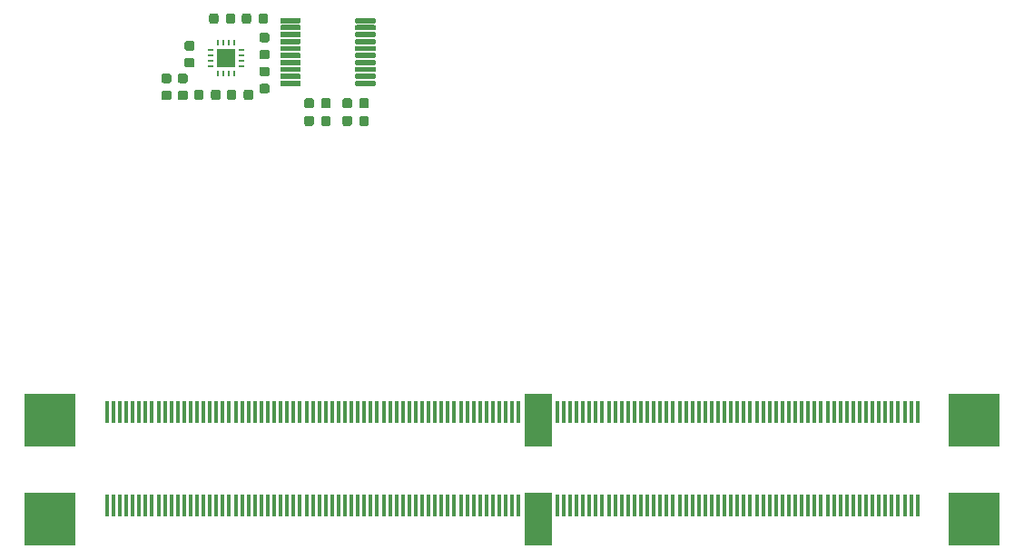
<source format=gbr>
G04 #@! TF.GenerationSoftware,KiCad,Pcbnew,5.1.5+dfsg1-2build2*
G04 #@! TF.CreationDate,2021-08-16T15:22:43+02:00*
G04 #@! TF.ProjectId,ModulAdapterMagnet,4d6f6475-6c41-4646-9170-7465724d6167,rev?*
G04 #@! TF.SameCoordinates,Original*
G04 #@! TF.FileFunction,Paste,Top*
G04 #@! TF.FilePolarity,Positive*
%FSLAX46Y46*%
G04 Gerber Fmt 4.6, Leading zero omitted, Abs format (unit mm)*
G04 Created by KiCad (PCBNEW 5.1.5+dfsg1-2build2) date 2021-08-16 15:22:43*
%MOMM*%
%LPD*%
G04 APERTURE LIST*
%ADD10C,0.100000*%
%ADD11R,4.800000X5.000000*%
%ADD12R,0.350000X2.000000*%
%ADD13R,2.600000X5.000000*%
%ADD14R,0.550000X0.270000*%
%ADD15R,0.270000X0.550000*%
%ADD16R,1.800000X1.800000*%
G04 APERTURE END LIST*
D10*
G36*
X87141452Y-87105402D02*
G01*
X87153586Y-87107202D01*
X87165486Y-87110182D01*
X87177035Y-87114315D01*
X87188125Y-87119560D01*
X87198646Y-87125866D01*
X87208499Y-87133174D01*
X87217588Y-87141412D01*
X87225826Y-87150501D01*
X87233134Y-87160354D01*
X87239440Y-87170875D01*
X87244685Y-87181965D01*
X87248818Y-87193514D01*
X87251798Y-87205414D01*
X87253598Y-87217548D01*
X87254200Y-87229800D01*
X87254200Y-87479800D01*
X87253598Y-87492052D01*
X87251798Y-87504186D01*
X87248818Y-87516086D01*
X87244685Y-87527635D01*
X87239440Y-87538725D01*
X87233134Y-87549246D01*
X87225826Y-87559099D01*
X87217588Y-87568188D01*
X87208499Y-87576426D01*
X87198646Y-87583734D01*
X87188125Y-87590040D01*
X87177035Y-87595285D01*
X87165486Y-87599418D01*
X87153586Y-87602398D01*
X87141452Y-87604198D01*
X87129200Y-87604800D01*
X85479200Y-87604800D01*
X85466948Y-87604198D01*
X85454814Y-87602398D01*
X85442914Y-87599418D01*
X85431365Y-87595285D01*
X85420275Y-87590040D01*
X85409754Y-87583734D01*
X85399901Y-87576426D01*
X85390812Y-87568188D01*
X85382574Y-87559099D01*
X85375266Y-87549246D01*
X85368960Y-87538725D01*
X85363715Y-87527635D01*
X85359582Y-87516086D01*
X85356602Y-87504186D01*
X85354802Y-87492052D01*
X85354200Y-87479800D01*
X85354200Y-87229800D01*
X85354802Y-87217548D01*
X85356602Y-87205414D01*
X85359582Y-87193514D01*
X85363715Y-87181965D01*
X85368960Y-87170875D01*
X85375266Y-87160354D01*
X85382574Y-87150501D01*
X85390812Y-87141412D01*
X85399901Y-87133174D01*
X85409754Y-87125866D01*
X85420275Y-87119560D01*
X85431365Y-87114315D01*
X85442914Y-87110182D01*
X85454814Y-87107202D01*
X85466948Y-87105402D01*
X85479200Y-87104800D01*
X87129200Y-87104800D01*
X87141452Y-87105402D01*
G37*
G36*
X87141452Y-86455402D02*
G01*
X87153586Y-86457202D01*
X87165486Y-86460182D01*
X87177035Y-86464315D01*
X87188125Y-86469560D01*
X87198646Y-86475866D01*
X87208499Y-86483174D01*
X87217588Y-86491412D01*
X87225826Y-86500501D01*
X87233134Y-86510354D01*
X87239440Y-86520875D01*
X87244685Y-86531965D01*
X87248818Y-86543514D01*
X87251798Y-86555414D01*
X87253598Y-86567548D01*
X87254200Y-86579800D01*
X87254200Y-86829800D01*
X87253598Y-86842052D01*
X87251798Y-86854186D01*
X87248818Y-86866086D01*
X87244685Y-86877635D01*
X87239440Y-86888725D01*
X87233134Y-86899246D01*
X87225826Y-86909099D01*
X87217588Y-86918188D01*
X87208499Y-86926426D01*
X87198646Y-86933734D01*
X87188125Y-86940040D01*
X87177035Y-86945285D01*
X87165486Y-86949418D01*
X87153586Y-86952398D01*
X87141452Y-86954198D01*
X87129200Y-86954800D01*
X85479200Y-86954800D01*
X85466948Y-86954198D01*
X85454814Y-86952398D01*
X85442914Y-86949418D01*
X85431365Y-86945285D01*
X85420275Y-86940040D01*
X85409754Y-86933734D01*
X85399901Y-86926426D01*
X85390812Y-86918188D01*
X85382574Y-86909099D01*
X85375266Y-86899246D01*
X85368960Y-86888725D01*
X85363715Y-86877635D01*
X85359582Y-86866086D01*
X85356602Y-86854186D01*
X85354802Y-86842052D01*
X85354200Y-86829800D01*
X85354200Y-86579800D01*
X85354802Y-86567548D01*
X85356602Y-86555414D01*
X85359582Y-86543514D01*
X85363715Y-86531965D01*
X85368960Y-86520875D01*
X85375266Y-86510354D01*
X85382574Y-86500501D01*
X85390812Y-86491412D01*
X85399901Y-86483174D01*
X85409754Y-86475866D01*
X85420275Y-86469560D01*
X85431365Y-86464315D01*
X85442914Y-86460182D01*
X85454814Y-86457202D01*
X85466948Y-86455402D01*
X85479200Y-86454800D01*
X87129200Y-86454800D01*
X87141452Y-86455402D01*
G37*
G36*
X87141452Y-85805402D02*
G01*
X87153586Y-85807202D01*
X87165486Y-85810182D01*
X87177035Y-85814315D01*
X87188125Y-85819560D01*
X87198646Y-85825866D01*
X87208499Y-85833174D01*
X87217588Y-85841412D01*
X87225826Y-85850501D01*
X87233134Y-85860354D01*
X87239440Y-85870875D01*
X87244685Y-85881965D01*
X87248818Y-85893514D01*
X87251798Y-85905414D01*
X87253598Y-85917548D01*
X87254200Y-85929800D01*
X87254200Y-86179800D01*
X87253598Y-86192052D01*
X87251798Y-86204186D01*
X87248818Y-86216086D01*
X87244685Y-86227635D01*
X87239440Y-86238725D01*
X87233134Y-86249246D01*
X87225826Y-86259099D01*
X87217588Y-86268188D01*
X87208499Y-86276426D01*
X87198646Y-86283734D01*
X87188125Y-86290040D01*
X87177035Y-86295285D01*
X87165486Y-86299418D01*
X87153586Y-86302398D01*
X87141452Y-86304198D01*
X87129200Y-86304800D01*
X85479200Y-86304800D01*
X85466948Y-86304198D01*
X85454814Y-86302398D01*
X85442914Y-86299418D01*
X85431365Y-86295285D01*
X85420275Y-86290040D01*
X85409754Y-86283734D01*
X85399901Y-86276426D01*
X85390812Y-86268188D01*
X85382574Y-86259099D01*
X85375266Y-86249246D01*
X85368960Y-86238725D01*
X85363715Y-86227635D01*
X85359582Y-86216086D01*
X85356602Y-86204186D01*
X85354802Y-86192052D01*
X85354200Y-86179800D01*
X85354200Y-85929800D01*
X85354802Y-85917548D01*
X85356602Y-85905414D01*
X85359582Y-85893514D01*
X85363715Y-85881965D01*
X85368960Y-85870875D01*
X85375266Y-85860354D01*
X85382574Y-85850501D01*
X85390812Y-85841412D01*
X85399901Y-85833174D01*
X85409754Y-85825866D01*
X85420275Y-85819560D01*
X85431365Y-85814315D01*
X85442914Y-85810182D01*
X85454814Y-85807202D01*
X85466948Y-85805402D01*
X85479200Y-85804800D01*
X87129200Y-85804800D01*
X87141452Y-85805402D01*
G37*
G36*
X87141452Y-85155402D02*
G01*
X87153586Y-85157202D01*
X87165486Y-85160182D01*
X87177035Y-85164315D01*
X87188125Y-85169560D01*
X87198646Y-85175866D01*
X87208499Y-85183174D01*
X87217588Y-85191412D01*
X87225826Y-85200501D01*
X87233134Y-85210354D01*
X87239440Y-85220875D01*
X87244685Y-85231965D01*
X87248818Y-85243514D01*
X87251798Y-85255414D01*
X87253598Y-85267548D01*
X87254200Y-85279800D01*
X87254200Y-85529800D01*
X87253598Y-85542052D01*
X87251798Y-85554186D01*
X87248818Y-85566086D01*
X87244685Y-85577635D01*
X87239440Y-85588725D01*
X87233134Y-85599246D01*
X87225826Y-85609099D01*
X87217588Y-85618188D01*
X87208499Y-85626426D01*
X87198646Y-85633734D01*
X87188125Y-85640040D01*
X87177035Y-85645285D01*
X87165486Y-85649418D01*
X87153586Y-85652398D01*
X87141452Y-85654198D01*
X87129200Y-85654800D01*
X85479200Y-85654800D01*
X85466948Y-85654198D01*
X85454814Y-85652398D01*
X85442914Y-85649418D01*
X85431365Y-85645285D01*
X85420275Y-85640040D01*
X85409754Y-85633734D01*
X85399901Y-85626426D01*
X85390812Y-85618188D01*
X85382574Y-85609099D01*
X85375266Y-85599246D01*
X85368960Y-85588725D01*
X85363715Y-85577635D01*
X85359582Y-85566086D01*
X85356602Y-85554186D01*
X85354802Y-85542052D01*
X85354200Y-85529800D01*
X85354200Y-85279800D01*
X85354802Y-85267548D01*
X85356602Y-85255414D01*
X85359582Y-85243514D01*
X85363715Y-85231965D01*
X85368960Y-85220875D01*
X85375266Y-85210354D01*
X85382574Y-85200501D01*
X85390812Y-85191412D01*
X85399901Y-85183174D01*
X85409754Y-85175866D01*
X85420275Y-85169560D01*
X85431365Y-85164315D01*
X85442914Y-85160182D01*
X85454814Y-85157202D01*
X85466948Y-85155402D01*
X85479200Y-85154800D01*
X87129200Y-85154800D01*
X87141452Y-85155402D01*
G37*
G36*
X87141452Y-84505402D02*
G01*
X87153586Y-84507202D01*
X87165486Y-84510182D01*
X87177035Y-84514315D01*
X87188125Y-84519560D01*
X87198646Y-84525866D01*
X87208499Y-84533174D01*
X87217588Y-84541412D01*
X87225826Y-84550501D01*
X87233134Y-84560354D01*
X87239440Y-84570875D01*
X87244685Y-84581965D01*
X87248818Y-84593514D01*
X87251798Y-84605414D01*
X87253598Y-84617548D01*
X87254200Y-84629800D01*
X87254200Y-84879800D01*
X87253598Y-84892052D01*
X87251798Y-84904186D01*
X87248818Y-84916086D01*
X87244685Y-84927635D01*
X87239440Y-84938725D01*
X87233134Y-84949246D01*
X87225826Y-84959099D01*
X87217588Y-84968188D01*
X87208499Y-84976426D01*
X87198646Y-84983734D01*
X87188125Y-84990040D01*
X87177035Y-84995285D01*
X87165486Y-84999418D01*
X87153586Y-85002398D01*
X87141452Y-85004198D01*
X87129200Y-85004800D01*
X85479200Y-85004800D01*
X85466948Y-85004198D01*
X85454814Y-85002398D01*
X85442914Y-84999418D01*
X85431365Y-84995285D01*
X85420275Y-84990040D01*
X85409754Y-84983734D01*
X85399901Y-84976426D01*
X85390812Y-84968188D01*
X85382574Y-84959099D01*
X85375266Y-84949246D01*
X85368960Y-84938725D01*
X85363715Y-84927635D01*
X85359582Y-84916086D01*
X85356602Y-84904186D01*
X85354802Y-84892052D01*
X85354200Y-84879800D01*
X85354200Y-84629800D01*
X85354802Y-84617548D01*
X85356602Y-84605414D01*
X85359582Y-84593514D01*
X85363715Y-84581965D01*
X85368960Y-84570875D01*
X85375266Y-84560354D01*
X85382574Y-84550501D01*
X85390812Y-84541412D01*
X85399901Y-84533174D01*
X85409754Y-84525866D01*
X85420275Y-84519560D01*
X85431365Y-84514315D01*
X85442914Y-84510182D01*
X85454814Y-84507202D01*
X85466948Y-84505402D01*
X85479200Y-84504800D01*
X87129200Y-84504800D01*
X87141452Y-84505402D01*
G37*
G36*
X87141452Y-83855402D02*
G01*
X87153586Y-83857202D01*
X87165486Y-83860182D01*
X87177035Y-83864315D01*
X87188125Y-83869560D01*
X87198646Y-83875866D01*
X87208499Y-83883174D01*
X87217588Y-83891412D01*
X87225826Y-83900501D01*
X87233134Y-83910354D01*
X87239440Y-83920875D01*
X87244685Y-83931965D01*
X87248818Y-83943514D01*
X87251798Y-83955414D01*
X87253598Y-83967548D01*
X87254200Y-83979800D01*
X87254200Y-84229800D01*
X87253598Y-84242052D01*
X87251798Y-84254186D01*
X87248818Y-84266086D01*
X87244685Y-84277635D01*
X87239440Y-84288725D01*
X87233134Y-84299246D01*
X87225826Y-84309099D01*
X87217588Y-84318188D01*
X87208499Y-84326426D01*
X87198646Y-84333734D01*
X87188125Y-84340040D01*
X87177035Y-84345285D01*
X87165486Y-84349418D01*
X87153586Y-84352398D01*
X87141452Y-84354198D01*
X87129200Y-84354800D01*
X85479200Y-84354800D01*
X85466948Y-84354198D01*
X85454814Y-84352398D01*
X85442914Y-84349418D01*
X85431365Y-84345285D01*
X85420275Y-84340040D01*
X85409754Y-84333734D01*
X85399901Y-84326426D01*
X85390812Y-84318188D01*
X85382574Y-84309099D01*
X85375266Y-84299246D01*
X85368960Y-84288725D01*
X85363715Y-84277635D01*
X85359582Y-84266086D01*
X85356602Y-84254186D01*
X85354802Y-84242052D01*
X85354200Y-84229800D01*
X85354200Y-83979800D01*
X85354802Y-83967548D01*
X85356602Y-83955414D01*
X85359582Y-83943514D01*
X85363715Y-83931965D01*
X85368960Y-83920875D01*
X85375266Y-83910354D01*
X85382574Y-83900501D01*
X85390812Y-83891412D01*
X85399901Y-83883174D01*
X85409754Y-83875866D01*
X85420275Y-83869560D01*
X85431365Y-83864315D01*
X85442914Y-83860182D01*
X85454814Y-83857202D01*
X85466948Y-83855402D01*
X85479200Y-83854800D01*
X87129200Y-83854800D01*
X87141452Y-83855402D01*
G37*
G36*
X87141452Y-83205402D02*
G01*
X87153586Y-83207202D01*
X87165486Y-83210182D01*
X87177035Y-83214315D01*
X87188125Y-83219560D01*
X87198646Y-83225866D01*
X87208499Y-83233174D01*
X87217588Y-83241412D01*
X87225826Y-83250501D01*
X87233134Y-83260354D01*
X87239440Y-83270875D01*
X87244685Y-83281965D01*
X87248818Y-83293514D01*
X87251798Y-83305414D01*
X87253598Y-83317548D01*
X87254200Y-83329800D01*
X87254200Y-83579800D01*
X87253598Y-83592052D01*
X87251798Y-83604186D01*
X87248818Y-83616086D01*
X87244685Y-83627635D01*
X87239440Y-83638725D01*
X87233134Y-83649246D01*
X87225826Y-83659099D01*
X87217588Y-83668188D01*
X87208499Y-83676426D01*
X87198646Y-83683734D01*
X87188125Y-83690040D01*
X87177035Y-83695285D01*
X87165486Y-83699418D01*
X87153586Y-83702398D01*
X87141452Y-83704198D01*
X87129200Y-83704800D01*
X85479200Y-83704800D01*
X85466948Y-83704198D01*
X85454814Y-83702398D01*
X85442914Y-83699418D01*
X85431365Y-83695285D01*
X85420275Y-83690040D01*
X85409754Y-83683734D01*
X85399901Y-83676426D01*
X85390812Y-83668188D01*
X85382574Y-83659099D01*
X85375266Y-83649246D01*
X85368960Y-83638725D01*
X85363715Y-83627635D01*
X85359582Y-83616086D01*
X85356602Y-83604186D01*
X85354802Y-83592052D01*
X85354200Y-83579800D01*
X85354200Y-83329800D01*
X85354802Y-83317548D01*
X85356602Y-83305414D01*
X85359582Y-83293514D01*
X85363715Y-83281965D01*
X85368960Y-83270875D01*
X85375266Y-83260354D01*
X85382574Y-83250501D01*
X85390812Y-83241412D01*
X85399901Y-83233174D01*
X85409754Y-83225866D01*
X85420275Y-83219560D01*
X85431365Y-83214315D01*
X85442914Y-83210182D01*
X85454814Y-83207202D01*
X85466948Y-83205402D01*
X85479200Y-83204800D01*
X87129200Y-83204800D01*
X87141452Y-83205402D01*
G37*
G36*
X87141452Y-82555402D02*
G01*
X87153586Y-82557202D01*
X87165486Y-82560182D01*
X87177035Y-82564315D01*
X87188125Y-82569560D01*
X87198646Y-82575866D01*
X87208499Y-82583174D01*
X87217588Y-82591412D01*
X87225826Y-82600501D01*
X87233134Y-82610354D01*
X87239440Y-82620875D01*
X87244685Y-82631965D01*
X87248818Y-82643514D01*
X87251798Y-82655414D01*
X87253598Y-82667548D01*
X87254200Y-82679800D01*
X87254200Y-82929800D01*
X87253598Y-82942052D01*
X87251798Y-82954186D01*
X87248818Y-82966086D01*
X87244685Y-82977635D01*
X87239440Y-82988725D01*
X87233134Y-82999246D01*
X87225826Y-83009099D01*
X87217588Y-83018188D01*
X87208499Y-83026426D01*
X87198646Y-83033734D01*
X87188125Y-83040040D01*
X87177035Y-83045285D01*
X87165486Y-83049418D01*
X87153586Y-83052398D01*
X87141452Y-83054198D01*
X87129200Y-83054800D01*
X85479200Y-83054800D01*
X85466948Y-83054198D01*
X85454814Y-83052398D01*
X85442914Y-83049418D01*
X85431365Y-83045285D01*
X85420275Y-83040040D01*
X85409754Y-83033734D01*
X85399901Y-83026426D01*
X85390812Y-83018188D01*
X85382574Y-83009099D01*
X85375266Y-82999246D01*
X85368960Y-82988725D01*
X85363715Y-82977635D01*
X85359582Y-82966086D01*
X85356602Y-82954186D01*
X85354802Y-82942052D01*
X85354200Y-82929800D01*
X85354200Y-82679800D01*
X85354802Y-82667548D01*
X85356602Y-82655414D01*
X85359582Y-82643514D01*
X85363715Y-82631965D01*
X85368960Y-82620875D01*
X85375266Y-82610354D01*
X85382574Y-82600501D01*
X85390812Y-82591412D01*
X85399901Y-82583174D01*
X85409754Y-82575866D01*
X85420275Y-82569560D01*
X85431365Y-82564315D01*
X85442914Y-82560182D01*
X85454814Y-82557202D01*
X85466948Y-82555402D01*
X85479200Y-82554800D01*
X87129200Y-82554800D01*
X87141452Y-82555402D01*
G37*
G36*
X87141452Y-81905402D02*
G01*
X87153586Y-81907202D01*
X87165486Y-81910182D01*
X87177035Y-81914315D01*
X87188125Y-81919560D01*
X87198646Y-81925866D01*
X87208499Y-81933174D01*
X87217588Y-81941412D01*
X87225826Y-81950501D01*
X87233134Y-81960354D01*
X87239440Y-81970875D01*
X87244685Y-81981965D01*
X87248818Y-81993514D01*
X87251798Y-82005414D01*
X87253598Y-82017548D01*
X87254200Y-82029800D01*
X87254200Y-82279800D01*
X87253598Y-82292052D01*
X87251798Y-82304186D01*
X87248818Y-82316086D01*
X87244685Y-82327635D01*
X87239440Y-82338725D01*
X87233134Y-82349246D01*
X87225826Y-82359099D01*
X87217588Y-82368188D01*
X87208499Y-82376426D01*
X87198646Y-82383734D01*
X87188125Y-82390040D01*
X87177035Y-82395285D01*
X87165486Y-82399418D01*
X87153586Y-82402398D01*
X87141452Y-82404198D01*
X87129200Y-82404800D01*
X85479200Y-82404800D01*
X85466948Y-82404198D01*
X85454814Y-82402398D01*
X85442914Y-82399418D01*
X85431365Y-82395285D01*
X85420275Y-82390040D01*
X85409754Y-82383734D01*
X85399901Y-82376426D01*
X85390812Y-82368188D01*
X85382574Y-82359099D01*
X85375266Y-82349246D01*
X85368960Y-82338725D01*
X85363715Y-82327635D01*
X85359582Y-82316086D01*
X85356602Y-82304186D01*
X85354802Y-82292052D01*
X85354200Y-82279800D01*
X85354200Y-82029800D01*
X85354802Y-82017548D01*
X85356602Y-82005414D01*
X85359582Y-81993514D01*
X85363715Y-81981965D01*
X85368960Y-81970875D01*
X85375266Y-81960354D01*
X85382574Y-81950501D01*
X85390812Y-81941412D01*
X85399901Y-81933174D01*
X85409754Y-81925866D01*
X85420275Y-81919560D01*
X85431365Y-81914315D01*
X85442914Y-81910182D01*
X85454814Y-81907202D01*
X85466948Y-81905402D01*
X85479200Y-81904800D01*
X87129200Y-81904800D01*
X87141452Y-81905402D01*
G37*
G36*
X87141452Y-81255402D02*
G01*
X87153586Y-81257202D01*
X87165486Y-81260182D01*
X87177035Y-81264315D01*
X87188125Y-81269560D01*
X87198646Y-81275866D01*
X87208499Y-81283174D01*
X87217588Y-81291412D01*
X87225826Y-81300501D01*
X87233134Y-81310354D01*
X87239440Y-81320875D01*
X87244685Y-81331965D01*
X87248818Y-81343514D01*
X87251798Y-81355414D01*
X87253598Y-81367548D01*
X87254200Y-81379800D01*
X87254200Y-81629800D01*
X87253598Y-81642052D01*
X87251798Y-81654186D01*
X87248818Y-81666086D01*
X87244685Y-81677635D01*
X87239440Y-81688725D01*
X87233134Y-81699246D01*
X87225826Y-81709099D01*
X87217588Y-81718188D01*
X87208499Y-81726426D01*
X87198646Y-81733734D01*
X87188125Y-81740040D01*
X87177035Y-81745285D01*
X87165486Y-81749418D01*
X87153586Y-81752398D01*
X87141452Y-81754198D01*
X87129200Y-81754800D01*
X85479200Y-81754800D01*
X85466948Y-81754198D01*
X85454814Y-81752398D01*
X85442914Y-81749418D01*
X85431365Y-81745285D01*
X85420275Y-81740040D01*
X85409754Y-81733734D01*
X85399901Y-81726426D01*
X85390812Y-81718188D01*
X85382574Y-81709099D01*
X85375266Y-81699246D01*
X85368960Y-81688725D01*
X85363715Y-81677635D01*
X85359582Y-81666086D01*
X85356602Y-81654186D01*
X85354802Y-81642052D01*
X85354200Y-81629800D01*
X85354200Y-81379800D01*
X85354802Y-81367548D01*
X85356602Y-81355414D01*
X85359582Y-81343514D01*
X85363715Y-81331965D01*
X85368960Y-81320875D01*
X85375266Y-81310354D01*
X85382574Y-81300501D01*
X85390812Y-81291412D01*
X85399901Y-81283174D01*
X85409754Y-81275866D01*
X85420275Y-81269560D01*
X85431365Y-81264315D01*
X85442914Y-81260182D01*
X85454814Y-81257202D01*
X85466948Y-81255402D01*
X85479200Y-81254800D01*
X87129200Y-81254800D01*
X87141452Y-81255402D01*
G37*
G36*
X80141452Y-81255402D02*
G01*
X80153586Y-81257202D01*
X80165486Y-81260182D01*
X80177035Y-81264315D01*
X80188125Y-81269560D01*
X80198646Y-81275866D01*
X80208499Y-81283174D01*
X80217588Y-81291412D01*
X80225826Y-81300501D01*
X80233134Y-81310354D01*
X80239440Y-81320875D01*
X80244685Y-81331965D01*
X80248818Y-81343514D01*
X80251798Y-81355414D01*
X80253598Y-81367548D01*
X80254200Y-81379800D01*
X80254200Y-81629800D01*
X80253598Y-81642052D01*
X80251798Y-81654186D01*
X80248818Y-81666086D01*
X80244685Y-81677635D01*
X80239440Y-81688725D01*
X80233134Y-81699246D01*
X80225826Y-81709099D01*
X80217588Y-81718188D01*
X80208499Y-81726426D01*
X80198646Y-81733734D01*
X80188125Y-81740040D01*
X80177035Y-81745285D01*
X80165486Y-81749418D01*
X80153586Y-81752398D01*
X80141452Y-81754198D01*
X80129200Y-81754800D01*
X78479200Y-81754800D01*
X78466948Y-81754198D01*
X78454814Y-81752398D01*
X78442914Y-81749418D01*
X78431365Y-81745285D01*
X78420275Y-81740040D01*
X78409754Y-81733734D01*
X78399901Y-81726426D01*
X78390812Y-81718188D01*
X78382574Y-81709099D01*
X78375266Y-81699246D01*
X78368960Y-81688725D01*
X78363715Y-81677635D01*
X78359582Y-81666086D01*
X78356602Y-81654186D01*
X78354802Y-81642052D01*
X78354200Y-81629800D01*
X78354200Y-81379800D01*
X78354802Y-81367548D01*
X78356602Y-81355414D01*
X78359582Y-81343514D01*
X78363715Y-81331965D01*
X78368960Y-81320875D01*
X78375266Y-81310354D01*
X78382574Y-81300501D01*
X78390812Y-81291412D01*
X78399901Y-81283174D01*
X78409754Y-81275866D01*
X78420275Y-81269560D01*
X78431365Y-81264315D01*
X78442914Y-81260182D01*
X78454814Y-81257202D01*
X78466948Y-81255402D01*
X78479200Y-81254800D01*
X80129200Y-81254800D01*
X80141452Y-81255402D01*
G37*
G36*
X80141452Y-81905402D02*
G01*
X80153586Y-81907202D01*
X80165486Y-81910182D01*
X80177035Y-81914315D01*
X80188125Y-81919560D01*
X80198646Y-81925866D01*
X80208499Y-81933174D01*
X80217588Y-81941412D01*
X80225826Y-81950501D01*
X80233134Y-81960354D01*
X80239440Y-81970875D01*
X80244685Y-81981965D01*
X80248818Y-81993514D01*
X80251798Y-82005414D01*
X80253598Y-82017548D01*
X80254200Y-82029800D01*
X80254200Y-82279800D01*
X80253598Y-82292052D01*
X80251798Y-82304186D01*
X80248818Y-82316086D01*
X80244685Y-82327635D01*
X80239440Y-82338725D01*
X80233134Y-82349246D01*
X80225826Y-82359099D01*
X80217588Y-82368188D01*
X80208499Y-82376426D01*
X80198646Y-82383734D01*
X80188125Y-82390040D01*
X80177035Y-82395285D01*
X80165486Y-82399418D01*
X80153586Y-82402398D01*
X80141452Y-82404198D01*
X80129200Y-82404800D01*
X78479200Y-82404800D01*
X78466948Y-82404198D01*
X78454814Y-82402398D01*
X78442914Y-82399418D01*
X78431365Y-82395285D01*
X78420275Y-82390040D01*
X78409754Y-82383734D01*
X78399901Y-82376426D01*
X78390812Y-82368188D01*
X78382574Y-82359099D01*
X78375266Y-82349246D01*
X78368960Y-82338725D01*
X78363715Y-82327635D01*
X78359582Y-82316086D01*
X78356602Y-82304186D01*
X78354802Y-82292052D01*
X78354200Y-82279800D01*
X78354200Y-82029800D01*
X78354802Y-82017548D01*
X78356602Y-82005414D01*
X78359582Y-81993514D01*
X78363715Y-81981965D01*
X78368960Y-81970875D01*
X78375266Y-81960354D01*
X78382574Y-81950501D01*
X78390812Y-81941412D01*
X78399901Y-81933174D01*
X78409754Y-81925866D01*
X78420275Y-81919560D01*
X78431365Y-81914315D01*
X78442914Y-81910182D01*
X78454814Y-81907202D01*
X78466948Y-81905402D01*
X78479200Y-81904800D01*
X80129200Y-81904800D01*
X80141452Y-81905402D01*
G37*
G36*
X80141452Y-82555402D02*
G01*
X80153586Y-82557202D01*
X80165486Y-82560182D01*
X80177035Y-82564315D01*
X80188125Y-82569560D01*
X80198646Y-82575866D01*
X80208499Y-82583174D01*
X80217588Y-82591412D01*
X80225826Y-82600501D01*
X80233134Y-82610354D01*
X80239440Y-82620875D01*
X80244685Y-82631965D01*
X80248818Y-82643514D01*
X80251798Y-82655414D01*
X80253598Y-82667548D01*
X80254200Y-82679800D01*
X80254200Y-82929800D01*
X80253598Y-82942052D01*
X80251798Y-82954186D01*
X80248818Y-82966086D01*
X80244685Y-82977635D01*
X80239440Y-82988725D01*
X80233134Y-82999246D01*
X80225826Y-83009099D01*
X80217588Y-83018188D01*
X80208499Y-83026426D01*
X80198646Y-83033734D01*
X80188125Y-83040040D01*
X80177035Y-83045285D01*
X80165486Y-83049418D01*
X80153586Y-83052398D01*
X80141452Y-83054198D01*
X80129200Y-83054800D01*
X78479200Y-83054800D01*
X78466948Y-83054198D01*
X78454814Y-83052398D01*
X78442914Y-83049418D01*
X78431365Y-83045285D01*
X78420275Y-83040040D01*
X78409754Y-83033734D01*
X78399901Y-83026426D01*
X78390812Y-83018188D01*
X78382574Y-83009099D01*
X78375266Y-82999246D01*
X78368960Y-82988725D01*
X78363715Y-82977635D01*
X78359582Y-82966086D01*
X78356602Y-82954186D01*
X78354802Y-82942052D01*
X78354200Y-82929800D01*
X78354200Y-82679800D01*
X78354802Y-82667548D01*
X78356602Y-82655414D01*
X78359582Y-82643514D01*
X78363715Y-82631965D01*
X78368960Y-82620875D01*
X78375266Y-82610354D01*
X78382574Y-82600501D01*
X78390812Y-82591412D01*
X78399901Y-82583174D01*
X78409754Y-82575866D01*
X78420275Y-82569560D01*
X78431365Y-82564315D01*
X78442914Y-82560182D01*
X78454814Y-82557202D01*
X78466948Y-82555402D01*
X78479200Y-82554800D01*
X80129200Y-82554800D01*
X80141452Y-82555402D01*
G37*
G36*
X80141452Y-83205402D02*
G01*
X80153586Y-83207202D01*
X80165486Y-83210182D01*
X80177035Y-83214315D01*
X80188125Y-83219560D01*
X80198646Y-83225866D01*
X80208499Y-83233174D01*
X80217588Y-83241412D01*
X80225826Y-83250501D01*
X80233134Y-83260354D01*
X80239440Y-83270875D01*
X80244685Y-83281965D01*
X80248818Y-83293514D01*
X80251798Y-83305414D01*
X80253598Y-83317548D01*
X80254200Y-83329800D01*
X80254200Y-83579800D01*
X80253598Y-83592052D01*
X80251798Y-83604186D01*
X80248818Y-83616086D01*
X80244685Y-83627635D01*
X80239440Y-83638725D01*
X80233134Y-83649246D01*
X80225826Y-83659099D01*
X80217588Y-83668188D01*
X80208499Y-83676426D01*
X80198646Y-83683734D01*
X80188125Y-83690040D01*
X80177035Y-83695285D01*
X80165486Y-83699418D01*
X80153586Y-83702398D01*
X80141452Y-83704198D01*
X80129200Y-83704800D01*
X78479200Y-83704800D01*
X78466948Y-83704198D01*
X78454814Y-83702398D01*
X78442914Y-83699418D01*
X78431365Y-83695285D01*
X78420275Y-83690040D01*
X78409754Y-83683734D01*
X78399901Y-83676426D01*
X78390812Y-83668188D01*
X78382574Y-83659099D01*
X78375266Y-83649246D01*
X78368960Y-83638725D01*
X78363715Y-83627635D01*
X78359582Y-83616086D01*
X78356602Y-83604186D01*
X78354802Y-83592052D01*
X78354200Y-83579800D01*
X78354200Y-83329800D01*
X78354802Y-83317548D01*
X78356602Y-83305414D01*
X78359582Y-83293514D01*
X78363715Y-83281965D01*
X78368960Y-83270875D01*
X78375266Y-83260354D01*
X78382574Y-83250501D01*
X78390812Y-83241412D01*
X78399901Y-83233174D01*
X78409754Y-83225866D01*
X78420275Y-83219560D01*
X78431365Y-83214315D01*
X78442914Y-83210182D01*
X78454814Y-83207202D01*
X78466948Y-83205402D01*
X78479200Y-83204800D01*
X80129200Y-83204800D01*
X80141452Y-83205402D01*
G37*
G36*
X80141452Y-83855402D02*
G01*
X80153586Y-83857202D01*
X80165486Y-83860182D01*
X80177035Y-83864315D01*
X80188125Y-83869560D01*
X80198646Y-83875866D01*
X80208499Y-83883174D01*
X80217588Y-83891412D01*
X80225826Y-83900501D01*
X80233134Y-83910354D01*
X80239440Y-83920875D01*
X80244685Y-83931965D01*
X80248818Y-83943514D01*
X80251798Y-83955414D01*
X80253598Y-83967548D01*
X80254200Y-83979800D01*
X80254200Y-84229800D01*
X80253598Y-84242052D01*
X80251798Y-84254186D01*
X80248818Y-84266086D01*
X80244685Y-84277635D01*
X80239440Y-84288725D01*
X80233134Y-84299246D01*
X80225826Y-84309099D01*
X80217588Y-84318188D01*
X80208499Y-84326426D01*
X80198646Y-84333734D01*
X80188125Y-84340040D01*
X80177035Y-84345285D01*
X80165486Y-84349418D01*
X80153586Y-84352398D01*
X80141452Y-84354198D01*
X80129200Y-84354800D01*
X78479200Y-84354800D01*
X78466948Y-84354198D01*
X78454814Y-84352398D01*
X78442914Y-84349418D01*
X78431365Y-84345285D01*
X78420275Y-84340040D01*
X78409754Y-84333734D01*
X78399901Y-84326426D01*
X78390812Y-84318188D01*
X78382574Y-84309099D01*
X78375266Y-84299246D01*
X78368960Y-84288725D01*
X78363715Y-84277635D01*
X78359582Y-84266086D01*
X78356602Y-84254186D01*
X78354802Y-84242052D01*
X78354200Y-84229800D01*
X78354200Y-83979800D01*
X78354802Y-83967548D01*
X78356602Y-83955414D01*
X78359582Y-83943514D01*
X78363715Y-83931965D01*
X78368960Y-83920875D01*
X78375266Y-83910354D01*
X78382574Y-83900501D01*
X78390812Y-83891412D01*
X78399901Y-83883174D01*
X78409754Y-83875866D01*
X78420275Y-83869560D01*
X78431365Y-83864315D01*
X78442914Y-83860182D01*
X78454814Y-83857202D01*
X78466948Y-83855402D01*
X78479200Y-83854800D01*
X80129200Y-83854800D01*
X80141452Y-83855402D01*
G37*
G36*
X80141452Y-84505402D02*
G01*
X80153586Y-84507202D01*
X80165486Y-84510182D01*
X80177035Y-84514315D01*
X80188125Y-84519560D01*
X80198646Y-84525866D01*
X80208499Y-84533174D01*
X80217588Y-84541412D01*
X80225826Y-84550501D01*
X80233134Y-84560354D01*
X80239440Y-84570875D01*
X80244685Y-84581965D01*
X80248818Y-84593514D01*
X80251798Y-84605414D01*
X80253598Y-84617548D01*
X80254200Y-84629800D01*
X80254200Y-84879800D01*
X80253598Y-84892052D01*
X80251798Y-84904186D01*
X80248818Y-84916086D01*
X80244685Y-84927635D01*
X80239440Y-84938725D01*
X80233134Y-84949246D01*
X80225826Y-84959099D01*
X80217588Y-84968188D01*
X80208499Y-84976426D01*
X80198646Y-84983734D01*
X80188125Y-84990040D01*
X80177035Y-84995285D01*
X80165486Y-84999418D01*
X80153586Y-85002398D01*
X80141452Y-85004198D01*
X80129200Y-85004800D01*
X78479200Y-85004800D01*
X78466948Y-85004198D01*
X78454814Y-85002398D01*
X78442914Y-84999418D01*
X78431365Y-84995285D01*
X78420275Y-84990040D01*
X78409754Y-84983734D01*
X78399901Y-84976426D01*
X78390812Y-84968188D01*
X78382574Y-84959099D01*
X78375266Y-84949246D01*
X78368960Y-84938725D01*
X78363715Y-84927635D01*
X78359582Y-84916086D01*
X78356602Y-84904186D01*
X78354802Y-84892052D01*
X78354200Y-84879800D01*
X78354200Y-84629800D01*
X78354802Y-84617548D01*
X78356602Y-84605414D01*
X78359582Y-84593514D01*
X78363715Y-84581965D01*
X78368960Y-84570875D01*
X78375266Y-84560354D01*
X78382574Y-84550501D01*
X78390812Y-84541412D01*
X78399901Y-84533174D01*
X78409754Y-84525866D01*
X78420275Y-84519560D01*
X78431365Y-84514315D01*
X78442914Y-84510182D01*
X78454814Y-84507202D01*
X78466948Y-84505402D01*
X78479200Y-84504800D01*
X80129200Y-84504800D01*
X80141452Y-84505402D01*
G37*
G36*
X80141452Y-85155402D02*
G01*
X80153586Y-85157202D01*
X80165486Y-85160182D01*
X80177035Y-85164315D01*
X80188125Y-85169560D01*
X80198646Y-85175866D01*
X80208499Y-85183174D01*
X80217588Y-85191412D01*
X80225826Y-85200501D01*
X80233134Y-85210354D01*
X80239440Y-85220875D01*
X80244685Y-85231965D01*
X80248818Y-85243514D01*
X80251798Y-85255414D01*
X80253598Y-85267548D01*
X80254200Y-85279800D01*
X80254200Y-85529800D01*
X80253598Y-85542052D01*
X80251798Y-85554186D01*
X80248818Y-85566086D01*
X80244685Y-85577635D01*
X80239440Y-85588725D01*
X80233134Y-85599246D01*
X80225826Y-85609099D01*
X80217588Y-85618188D01*
X80208499Y-85626426D01*
X80198646Y-85633734D01*
X80188125Y-85640040D01*
X80177035Y-85645285D01*
X80165486Y-85649418D01*
X80153586Y-85652398D01*
X80141452Y-85654198D01*
X80129200Y-85654800D01*
X78479200Y-85654800D01*
X78466948Y-85654198D01*
X78454814Y-85652398D01*
X78442914Y-85649418D01*
X78431365Y-85645285D01*
X78420275Y-85640040D01*
X78409754Y-85633734D01*
X78399901Y-85626426D01*
X78390812Y-85618188D01*
X78382574Y-85609099D01*
X78375266Y-85599246D01*
X78368960Y-85588725D01*
X78363715Y-85577635D01*
X78359582Y-85566086D01*
X78356602Y-85554186D01*
X78354802Y-85542052D01*
X78354200Y-85529800D01*
X78354200Y-85279800D01*
X78354802Y-85267548D01*
X78356602Y-85255414D01*
X78359582Y-85243514D01*
X78363715Y-85231965D01*
X78368960Y-85220875D01*
X78375266Y-85210354D01*
X78382574Y-85200501D01*
X78390812Y-85191412D01*
X78399901Y-85183174D01*
X78409754Y-85175866D01*
X78420275Y-85169560D01*
X78431365Y-85164315D01*
X78442914Y-85160182D01*
X78454814Y-85157202D01*
X78466948Y-85155402D01*
X78479200Y-85154800D01*
X80129200Y-85154800D01*
X80141452Y-85155402D01*
G37*
G36*
X80141452Y-85805402D02*
G01*
X80153586Y-85807202D01*
X80165486Y-85810182D01*
X80177035Y-85814315D01*
X80188125Y-85819560D01*
X80198646Y-85825866D01*
X80208499Y-85833174D01*
X80217588Y-85841412D01*
X80225826Y-85850501D01*
X80233134Y-85860354D01*
X80239440Y-85870875D01*
X80244685Y-85881965D01*
X80248818Y-85893514D01*
X80251798Y-85905414D01*
X80253598Y-85917548D01*
X80254200Y-85929800D01*
X80254200Y-86179800D01*
X80253598Y-86192052D01*
X80251798Y-86204186D01*
X80248818Y-86216086D01*
X80244685Y-86227635D01*
X80239440Y-86238725D01*
X80233134Y-86249246D01*
X80225826Y-86259099D01*
X80217588Y-86268188D01*
X80208499Y-86276426D01*
X80198646Y-86283734D01*
X80188125Y-86290040D01*
X80177035Y-86295285D01*
X80165486Y-86299418D01*
X80153586Y-86302398D01*
X80141452Y-86304198D01*
X80129200Y-86304800D01*
X78479200Y-86304800D01*
X78466948Y-86304198D01*
X78454814Y-86302398D01*
X78442914Y-86299418D01*
X78431365Y-86295285D01*
X78420275Y-86290040D01*
X78409754Y-86283734D01*
X78399901Y-86276426D01*
X78390812Y-86268188D01*
X78382574Y-86259099D01*
X78375266Y-86249246D01*
X78368960Y-86238725D01*
X78363715Y-86227635D01*
X78359582Y-86216086D01*
X78356602Y-86204186D01*
X78354802Y-86192052D01*
X78354200Y-86179800D01*
X78354200Y-85929800D01*
X78354802Y-85917548D01*
X78356602Y-85905414D01*
X78359582Y-85893514D01*
X78363715Y-85881965D01*
X78368960Y-85870875D01*
X78375266Y-85860354D01*
X78382574Y-85850501D01*
X78390812Y-85841412D01*
X78399901Y-85833174D01*
X78409754Y-85825866D01*
X78420275Y-85819560D01*
X78431365Y-85814315D01*
X78442914Y-85810182D01*
X78454814Y-85807202D01*
X78466948Y-85805402D01*
X78479200Y-85804800D01*
X80129200Y-85804800D01*
X80141452Y-85805402D01*
G37*
G36*
X80141452Y-86455402D02*
G01*
X80153586Y-86457202D01*
X80165486Y-86460182D01*
X80177035Y-86464315D01*
X80188125Y-86469560D01*
X80198646Y-86475866D01*
X80208499Y-86483174D01*
X80217588Y-86491412D01*
X80225826Y-86500501D01*
X80233134Y-86510354D01*
X80239440Y-86520875D01*
X80244685Y-86531965D01*
X80248818Y-86543514D01*
X80251798Y-86555414D01*
X80253598Y-86567548D01*
X80254200Y-86579800D01*
X80254200Y-86829800D01*
X80253598Y-86842052D01*
X80251798Y-86854186D01*
X80248818Y-86866086D01*
X80244685Y-86877635D01*
X80239440Y-86888725D01*
X80233134Y-86899246D01*
X80225826Y-86909099D01*
X80217588Y-86918188D01*
X80208499Y-86926426D01*
X80198646Y-86933734D01*
X80188125Y-86940040D01*
X80177035Y-86945285D01*
X80165486Y-86949418D01*
X80153586Y-86952398D01*
X80141452Y-86954198D01*
X80129200Y-86954800D01*
X78479200Y-86954800D01*
X78466948Y-86954198D01*
X78454814Y-86952398D01*
X78442914Y-86949418D01*
X78431365Y-86945285D01*
X78420275Y-86940040D01*
X78409754Y-86933734D01*
X78399901Y-86926426D01*
X78390812Y-86918188D01*
X78382574Y-86909099D01*
X78375266Y-86899246D01*
X78368960Y-86888725D01*
X78363715Y-86877635D01*
X78359582Y-86866086D01*
X78356602Y-86854186D01*
X78354802Y-86842052D01*
X78354200Y-86829800D01*
X78354200Y-86579800D01*
X78354802Y-86567548D01*
X78356602Y-86555414D01*
X78359582Y-86543514D01*
X78363715Y-86531965D01*
X78368960Y-86520875D01*
X78375266Y-86510354D01*
X78382574Y-86500501D01*
X78390812Y-86491412D01*
X78399901Y-86483174D01*
X78409754Y-86475866D01*
X78420275Y-86469560D01*
X78431365Y-86464315D01*
X78442914Y-86460182D01*
X78454814Y-86457202D01*
X78466948Y-86455402D01*
X78479200Y-86454800D01*
X80129200Y-86454800D01*
X80141452Y-86455402D01*
G37*
G36*
X80141452Y-87105402D02*
G01*
X80153586Y-87107202D01*
X80165486Y-87110182D01*
X80177035Y-87114315D01*
X80188125Y-87119560D01*
X80198646Y-87125866D01*
X80208499Y-87133174D01*
X80217588Y-87141412D01*
X80225826Y-87150501D01*
X80233134Y-87160354D01*
X80239440Y-87170875D01*
X80244685Y-87181965D01*
X80248818Y-87193514D01*
X80251798Y-87205414D01*
X80253598Y-87217548D01*
X80254200Y-87229800D01*
X80254200Y-87479800D01*
X80253598Y-87492052D01*
X80251798Y-87504186D01*
X80248818Y-87516086D01*
X80244685Y-87527635D01*
X80239440Y-87538725D01*
X80233134Y-87549246D01*
X80225826Y-87559099D01*
X80217588Y-87568188D01*
X80208499Y-87576426D01*
X80198646Y-87583734D01*
X80188125Y-87590040D01*
X80177035Y-87595285D01*
X80165486Y-87599418D01*
X80153586Y-87602398D01*
X80141452Y-87604198D01*
X80129200Y-87604800D01*
X78479200Y-87604800D01*
X78466948Y-87604198D01*
X78454814Y-87602398D01*
X78442914Y-87599418D01*
X78431365Y-87595285D01*
X78420275Y-87590040D01*
X78409754Y-87583734D01*
X78399901Y-87576426D01*
X78390812Y-87568188D01*
X78382574Y-87559099D01*
X78375266Y-87549246D01*
X78368960Y-87538725D01*
X78363715Y-87527635D01*
X78359582Y-87516086D01*
X78356602Y-87504186D01*
X78354802Y-87492052D01*
X78354200Y-87479800D01*
X78354200Y-87229800D01*
X78354802Y-87217548D01*
X78356602Y-87205414D01*
X78359582Y-87193514D01*
X78363715Y-87181965D01*
X78368960Y-87170875D01*
X78375266Y-87160354D01*
X78382574Y-87150501D01*
X78390812Y-87141412D01*
X78399901Y-87133174D01*
X78409754Y-87125866D01*
X78420275Y-87119560D01*
X78431365Y-87114315D01*
X78442914Y-87110182D01*
X78454814Y-87107202D01*
X78466948Y-87105402D01*
X78479200Y-87104800D01*
X80129200Y-87104800D01*
X80141452Y-87105402D01*
G37*
G36*
X75449691Y-80831653D02*
G01*
X75470926Y-80834803D01*
X75491750Y-80840019D01*
X75511962Y-80847251D01*
X75531368Y-80856430D01*
X75549781Y-80867466D01*
X75567024Y-80880254D01*
X75582930Y-80894670D01*
X75597346Y-80910576D01*
X75610134Y-80927819D01*
X75621170Y-80946232D01*
X75630349Y-80965638D01*
X75637581Y-80985850D01*
X75642797Y-81006674D01*
X75645947Y-81027909D01*
X75647000Y-81049350D01*
X75647000Y-81561850D01*
X75645947Y-81583291D01*
X75642797Y-81604526D01*
X75637581Y-81625350D01*
X75630349Y-81645562D01*
X75621170Y-81664968D01*
X75610134Y-81683381D01*
X75597346Y-81700624D01*
X75582930Y-81716530D01*
X75567024Y-81730946D01*
X75549781Y-81743734D01*
X75531368Y-81754770D01*
X75511962Y-81763949D01*
X75491750Y-81771181D01*
X75470926Y-81776397D01*
X75449691Y-81779547D01*
X75428250Y-81780600D01*
X74990750Y-81780600D01*
X74969309Y-81779547D01*
X74948074Y-81776397D01*
X74927250Y-81771181D01*
X74907038Y-81763949D01*
X74887632Y-81754770D01*
X74869219Y-81743734D01*
X74851976Y-81730946D01*
X74836070Y-81716530D01*
X74821654Y-81700624D01*
X74808866Y-81683381D01*
X74797830Y-81664968D01*
X74788651Y-81645562D01*
X74781419Y-81625350D01*
X74776203Y-81604526D01*
X74773053Y-81583291D01*
X74772000Y-81561850D01*
X74772000Y-81049350D01*
X74773053Y-81027909D01*
X74776203Y-81006674D01*
X74781419Y-80985850D01*
X74788651Y-80965638D01*
X74797830Y-80946232D01*
X74808866Y-80927819D01*
X74821654Y-80910576D01*
X74836070Y-80894670D01*
X74851976Y-80880254D01*
X74869219Y-80867466D01*
X74887632Y-80856430D01*
X74907038Y-80847251D01*
X74927250Y-80840019D01*
X74948074Y-80834803D01*
X74969309Y-80831653D01*
X74990750Y-80830600D01*
X75428250Y-80830600D01*
X75449691Y-80831653D01*
G37*
G36*
X77024691Y-80831653D02*
G01*
X77045926Y-80834803D01*
X77066750Y-80840019D01*
X77086962Y-80847251D01*
X77106368Y-80856430D01*
X77124781Y-80867466D01*
X77142024Y-80880254D01*
X77157930Y-80894670D01*
X77172346Y-80910576D01*
X77185134Y-80927819D01*
X77196170Y-80946232D01*
X77205349Y-80965638D01*
X77212581Y-80985850D01*
X77217797Y-81006674D01*
X77220947Y-81027909D01*
X77222000Y-81049350D01*
X77222000Y-81561850D01*
X77220947Y-81583291D01*
X77217797Y-81604526D01*
X77212581Y-81625350D01*
X77205349Y-81645562D01*
X77196170Y-81664968D01*
X77185134Y-81683381D01*
X77172346Y-81700624D01*
X77157930Y-81716530D01*
X77142024Y-81730946D01*
X77124781Y-81743734D01*
X77106368Y-81754770D01*
X77086962Y-81763949D01*
X77066750Y-81771181D01*
X77045926Y-81776397D01*
X77024691Y-81779547D01*
X77003250Y-81780600D01*
X76565750Y-81780600D01*
X76544309Y-81779547D01*
X76523074Y-81776397D01*
X76502250Y-81771181D01*
X76482038Y-81763949D01*
X76462632Y-81754770D01*
X76444219Y-81743734D01*
X76426976Y-81730946D01*
X76411070Y-81716530D01*
X76396654Y-81700624D01*
X76383866Y-81683381D01*
X76372830Y-81664968D01*
X76363651Y-81645562D01*
X76356419Y-81625350D01*
X76351203Y-81604526D01*
X76348053Y-81583291D01*
X76347000Y-81561850D01*
X76347000Y-81049350D01*
X76348053Y-81027909D01*
X76351203Y-81006674D01*
X76356419Y-80985850D01*
X76363651Y-80965638D01*
X76372830Y-80946232D01*
X76383866Y-80927819D01*
X76396654Y-80910576D01*
X76411070Y-80894670D01*
X76426976Y-80880254D01*
X76444219Y-80867466D01*
X76462632Y-80856430D01*
X76482038Y-80847251D01*
X76502250Y-80840019D01*
X76523074Y-80834803D01*
X76544309Y-80831653D01*
X76565750Y-80830600D01*
X77003250Y-80830600D01*
X77024691Y-80831653D01*
G37*
D11*
X143100000Y-118810000D03*
X143100000Y-127990000D03*
X56900000Y-127990000D03*
X56900000Y-118810000D03*
D12*
X137800000Y-118050000D03*
X137200000Y-118050000D03*
X136600000Y-118050000D03*
X136000000Y-118050000D03*
X135400000Y-118050000D03*
X134800000Y-118050000D03*
X134200000Y-118050000D03*
X133600000Y-118050000D03*
X133000000Y-118050000D03*
X132400000Y-118050000D03*
X131800000Y-118050000D03*
X131200000Y-118050000D03*
X130600000Y-118050000D03*
X130000000Y-118050000D03*
X129400000Y-118050000D03*
X128800000Y-118050000D03*
X128200000Y-118050000D03*
X127600000Y-118050000D03*
X127000000Y-118050000D03*
X126400000Y-118050000D03*
X125800000Y-118050000D03*
X125200000Y-118050000D03*
X124600000Y-118050000D03*
X124000000Y-118050000D03*
X123400000Y-118050000D03*
X122800000Y-118050000D03*
X122200000Y-118050000D03*
X121600000Y-118050000D03*
X121000000Y-118050000D03*
X120400000Y-118050000D03*
X119800000Y-118050000D03*
X119200000Y-118050000D03*
X118600000Y-118050000D03*
X118000000Y-118050000D03*
X117400000Y-118050000D03*
X116800000Y-118050000D03*
X116200000Y-118050000D03*
X115600000Y-118050000D03*
X115000000Y-118050000D03*
X114400000Y-118050000D03*
X113800000Y-118050000D03*
X113200000Y-118050000D03*
X112600000Y-118050000D03*
X112000000Y-118050000D03*
X111400000Y-118050000D03*
X110800000Y-118050000D03*
X110200000Y-118050000D03*
X109600000Y-118050000D03*
X109000000Y-118050000D03*
X108400000Y-118050000D03*
X107800000Y-118050000D03*
X107200000Y-118050000D03*
X106600000Y-118050000D03*
X106000000Y-118050000D03*
X105400000Y-118050000D03*
X104800000Y-118050000D03*
X104200000Y-118050000D03*
X100600000Y-118050000D03*
X100000000Y-118050000D03*
X99400000Y-118050000D03*
X98800000Y-118050000D03*
X98200000Y-118050000D03*
X97600000Y-118050000D03*
X97000000Y-118050000D03*
X96400000Y-118050000D03*
X95800000Y-118050000D03*
X95200000Y-118050000D03*
X94600000Y-118050000D03*
X94000000Y-118050000D03*
X93400000Y-118050000D03*
X92800000Y-118050000D03*
X92200000Y-118050000D03*
X91600000Y-118050000D03*
X91000000Y-118050000D03*
X90400000Y-118050000D03*
X89800000Y-118050000D03*
X89200000Y-118050000D03*
X88600000Y-118050000D03*
X88000000Y-118050000D03*
X87400000Y-118050000D03*
X86800000Y-118050000D03*
X86200000Y-118050000D03*
X85600000Y-118050000D03*
X85000000Y-118050000D03*
X84400000Y-118050000D03*
X83800000Y-118050000D03*
X83200000Y-118050000D03*
X82600000Y-118050000D03*
X82000000Y-118050000D03*
X81400000Y-118050000D03*
X80800000Y-118050000D03*
X80200000Y-118050000D03*
X79600000Y-118050000D03*
X79000000Y-118050000D03*
X78400000Y-118050000D03*
X77800000Y-118050000D03*
X77200000Y-118050000D03*
X76600000Y-118050000D03*
X76000000Y-118050000D03*
X75400000Y-118050000D03*
X74800000Y-118050000D03*
X74200000Y-118050000D03*
X73600000Y-118050000D03*
X73000000Y-118050000D03*
X72400000Y-118050000D03*
X71800000Y-118050000D03*
X71200000Y-118050000D03*
X70600000Y-118050000D03*
X70000000Y-118050000D03*
X69400000Y-118050000D03*
X68800000Y-118050000D03*
X68200000Y-118050000D03*
X67600000Y-118050000D03*
X67000000Y-118050000D03*
X66400000Y-118050000D03*
X65800000Y-118050000D03*
X65200000Y-118050000D03*
X64600000Y-118050000D03*
X64000000Y-118050000D03*
X63400000Y-118050000D03*
X62800000Y-118050000D03*
X62200000Y-118050000D03*
X137800000Y-126750000D03*
X137200000Y-126750000D03*
X136600000Y-126750000D03*
X136000000Y-126750000D03*
X135400000Y-126750000D03*
X134800000Y-126750000D03*
X134200000Y-126750000D03*
X133600000Y-126750000D03*
X133000000Y-126750000D03*
X132400000Y-126750000D03*
X131800000Y-126750000D03*
X131200000Y-126750000D03*
X130600000Y-126750000D03*
X130000000Y-126750000D03*
X129400000Y-126750000D03*
X128800000Y-126750000D03*
X128200000Y-126750000D03*
X127600000Y-126750000D03*
X127000000Y-126750000D03*
X126400000Y-126750000D03*
X125800000Y-126750000D03*
X125200000Y-126750000D03*
X124600000Y-126750000D03*
X124000000Y-126750000D03*
X123400000Y-126750000D03*
X122800000Y-126750000D03*
X122200000Y-126750000D03*
X121600000Y-126750000D03*
X121000000Y-126750000D03*
X120400000Y-126750000D03*
X119800000Y-126750000D03*
X119200000Y-126750000D03*
X118600000Y-126750000D03*
X118000000Y-126750000D03*
X117400000Y-126750000D03*
X116800000Y-126750000D03*
X116200000Y-126750000D03*
X115600000Y-126750000D03*
X115000000Y-126750000D03*
X114400000Y-126750000D03*
X113800000Y-126750000D03*
X113200000Y-126750000D03*
X112600000Y-126750000D03*
X112000000Y-126750000D03*
X111400000Y-126750000D03*
X110800000Y-126750000D03*
X110200000Y-126750000D03*
X109600000Y-126750000D03*
X109000000Y-126750000D03*
X108400000Y-126750000D03*
X107800000Y-126750000D03*
X107200000Y-126750000D03*
X106600000Y-126750000D03*
X106000000Y-126750000D03*
X105400000Y-126750000D03*
X104800000Y-126750000D03*
X104200000Y-126750000D03*
X100600000Y-126750000D03*
X100000000Y-126750000D03*
X99400000Y-126750000D03*
X98800000Y-126750000D03*
X98200000Y-126750000D03*
X97600000Y-126750000D03*
X97000000Y-126750000D03*
X96400000Y-126750000D03*
X95800000Y-126750000D03*
X95200000Y-126750000D03*
X94600000Y-126750000D03*
X94000000Y-126750000D03*
X93400000Y-126750000D03*
X92800000Y-126750000D03*
X92200000Y-126750000D03*
X91600000Y-126750000D03*
X91000000Y-126750000D03*
X89800000Y-126750000D03*
X90400000Y-126750000D03*
X89200000Y-126750000D03*
X88600000Y-126750000D03*
X88000000Y-126750000D03*
X87400000Y-126750000D03*
X86800000Y-126750000D03*
X86200000Y-126750000D03*
X85600000Y-126750000D03*
X85000000Y-126750000D03*
X84400000Y-126750000D03*
X83800000Y-126750000D03*
X83200000Y-126750000D03*
X82600000Y-126750000D03*
X82000000Y-126750000D03*
X81400000Y-126750000D03*
X80800000Y-126750000D03*
X80200000Y-126750000D03*
X79600000Y-126750000D03*
X79000000Y-126750000D03*
X78400000Y-126750000D03*
X77800000Y-126750000D03*
X77200000Y-126750000D03*
X76600000Y-126750000D03*
X76000000Y-126750000D03*
X75400000Y-126750000D03*
X74800000Y-126750000D03*
X74200000Y-126750000D03*
X73600000Y-126750000D03*
X73000000Y-126750000D03*
X72400000Y-126750000D03*
X71800000Y-126750000D03*
X71200000Y-126750000D03*
X70600000Y-126750000D03*
X70000000Y-126750000D03*
X69400000Y-126750000D03*
X68800000Y-126750000D03*
X68200000Y-126750000D03*
X67600000Y-126750000D03*
X67000000Y-126750000D03*
X66400000Y-126750000D03*
X65800000Y-126750000D03*
X65200000Y-126750000D03*
X64600000Y-126750000D03*
X64000000Y-126750000D03*
X63400000Y-126750000D03*
X62200000Y-126750000D03*
X62800000Y-126750000D03*
D13*
X102400000Y-118810000D03*
X102400000Y-127990000D03*
D14*
X71905000Y-84214000D03*
X71905000Y-84764000D03*
X71905000Y-85764000D03*
X71905000Y-85264000D03*
D15*
X72580000Y-83589000D03*
X73080000Y-83589000D03*
X73580000Y-83589000D03*
X74080000Y-83589000D03*
X72580000Y-86439000D03*
X73080000Y-86439000D03*
X73580000Y-86439000D03*
X74080000Y-86439000D03*
D14*
X74755000Y-84264000D03*
X74755000Y-84764000D03*
X74755000Y-85264000D03*
X74755000Y-85764000D03*
D16*
X73330000Y-85014000D03*
D10*
G36*
X77163691Y-85822053D02*
G01*
X77184926Y-85825203D01*
X77205750Y-85830419D01*
X77225962Y-85837651D01*
X77245368Y-85846830D01*
X77263781Y-85857866D01*
X77281024Y-85870654D01*
X77296930Y-85885070D01*
X77311346Y-85900976D01*
X77324134Y-85918219D01*
X77335170Y-85936632D01*
X77344349Y-85956038D01*
X77351581Y-85976250D01*
X77356797Y-85997074D01*
X77359947Y-86018309D01*
X77361000Y-86039750D01*
X77361000Y-86477250D01*
X77359947Y-86498691D01*
X77356797Y-86519926D01*
X77351581Y-86540750D01*
X77344349Y-86560962D01*
X77335170Y-86580368D01*
X77324134Y-86598781D01*
X77311346Y-86616024D01*
X77296930Y-86631930D01*
X77281024Y-86646346D01*
X77263781Y-86659134D01*
X77245368Y-86670170D01*
X77225962Y-86679349D01*
X77205750Y-86686581D01*
X77184926Y-86691797D01*
X77163691Y-86694947D01*
X77142250Y-86696000D01*
X76629750Y-86696000D01*
X76608309Y-86694947D01*
X76587074Y-86691797D01*
X76566250Y-86686581D01*
X76546038Y-86679349D01*
X76526632Y-86670170D01*
X76508219Y-86659134D01*
X76490976Y-86646346D01*
X76475070Y-86631930D01*
X76460654Y-86616024D01*
X76447866Y-86598781D01*
X76436830Y-86580368D01*
X76427651Y-86560962D01*
X76420419Y-86540750D01*
X76415203Y-86519926D01*
X76412053Y-86498691D01*
X76411000Y-86477250D01*
X76411000Y-86039750D01*
X76412053Y-86018309D01*
X76415203Y-85997074D01*
X76420419Y-85976250D01*
X76427651Y-85956038D01*
X76436830Y-85936632D01*
X76447866Y-85918219D01*
X76460654Y-85900976D01*
X76475070Y-85885070D01*
X76490976Y-85870654D01*
X76508219Y-85857866D01*
X76526632Y-85846830D01*
X76546038Y-85837651D01*
X76566250Y-85830419D01*
X76587074Y-85825203D01*
X76608309Y-85822053D01*
X76629750Y-85821000D01*
X77142250Y-85821000D01*
X77163691Y-85822053D01*
G37*
G36*
X77163691Y-87397053D02*
G01*
X77184926Y-87400203D01*
X77205750Y-87405419D01*
X77225962Y-87412651D01*
X77245368Y-87421830D01*
X77263781Y-87432866D01*
X77281024Y-87445654D01*
X77296930Y-87460070D01*
X77311346Y-87475976D01*
X77324134Y-87493219D01*
X77335170Y-87511632D01*
X77344349Y-87531038D01*
X77351581Y-87551250D01*
X77356797Y-87572074D01*
X77359947Y-87593309D01*
X77361000Y-87614750D01*
X77361000Y-88052250D01*
X77359947Y-88073691D01*
X77356797Y-88094926D01*
X77351581Y-88115750D01*
X77344349Y-88135962D01*
X77335170Y-88155368D01*
X77324134Y-88173781D01*
X77311346Y-88191024D01*
X77296930Y-88206930D01*
X77281024Y-88221346D01*
X77263781Y-88234134D01*
X77245368Y-88245170D01*
X77225962Y-88254349D01*
X77205750Y-88261581D01*
X77184926Y-88266797D01*
X77163691Y-88269947D01*
X77142250Y-88271000D01*
X76629750Y-88271000D01*
X76608309Y-88269947D01*
X76587074Y-88266797D01*
X76566250Y-88261581D01*
X76546038Y-88254349D01*
X76526632Y-88245170D01*
X76508219Y-88234134D01*
X76490976Y-88221346D01*
X76475070Y-88206930D01*
X76460654Y-88191024D01*
X76447866Y-88173781D01*
X76436830Y-88155368D01*
X76427651Y-88135962D01*
X76420419Y-88115750D01*
X76415203Y-88094926D01*
X76412053Y-88073691D01*
X76411000Y-88052250D01*
X76411000Y-87614750D01*
X76412053Y-87593309D01*
X76415203Y-87572074D01*
X76420419Y-87551250D01*
X76427651Y-87531038D01*
X76436830Y-87511632D01*
X76447866Y-87493219D01*
X76460654Y-87475976D01*
X76475070Y-87460070D01*
X76490976Y-87445654D01*
X76508219Y-87432866D01*
X76526632Y-87421830D01*
X76546038Y-87412651D01*
X76566250Y-87405419D01*
X76587074Y-87400203D01*
X76608309Y-87397053D01*
X76629750Y-87396000D01*
X77142250Y-87396000D01*
X77163691Y-87397053D01*
G37*
G36*
X74052691Y-87943653D02*
G01*
X74073926Y-87946803D01*
X74094750Y-87952019D01*
X74114962Y-87959251D01*
X74134368Y-87968430D01*
X74152781Y-87979466D01*
X74170024Y-87992254D01*
X74185930Y-88006670D01*
X74200346Y-88022576D01*
X74213134Y-88039819D01*
X74224170Y-88058232D01*
X74233349Y-88077638D01*
X74240581Y-88097850D01*
X74245797Y-88118674D01*
X74248947Y-88139909D01*
X74250000Y-88161350D01*
X74250000Y-88673850D01*
X74248947Y-88695291D01*
X74245797Y-88716526D01*
X74240581Y-88737350D01*
X74233349Y-88757562D01*
X74224170Y-88776968D01*
X74213134Y-88795381D01*
X74200346Y-88812624D01*
X74185930Y-88828530D01*
X74170024Y-88842946D01*
X74152781Y-88855734D01*
X74134368Y-88866770D01*
X74114962Y-88875949D01*
X74094750Y-88883181D01*
X74073926Y-88888397D01*
X74052691Y-88891547D01*
X74031250Y-88892600D01*
X73593750Y-88892600D01*
X73572309Y-88891547D01*
X73551074Y-88888397D01*
X73530250Y-88883181D01*
X73510038Y-88875949D01*
X73490632Y-88866770D01*
X73472219Y-88855734D01*
X73454976Y-88842946D01*
X73439070Y-88828530D01*
X73424654Y-88812624D01*
X73411866Y-88795381D01*
X73400830Y-88776968D01*
X73391651Y-88757562D01*
X73384419Y-88737350D01*
X73379203Y-88716526D01*
X73376053Y-88695291D01*
X73375000Y-88673850D01*
X73375000Y-88161350D01*
X73376053Y-88139909D01*
X73379203Y-88118674D01*
X73384419Y-88097850D01*
X73391651Y-88077638D01*
X73400830Y-88058232D01*
X73411866Y-88039819D01*
X73424654Y-88022576D01*
X73439070Y-88006670D01*
X73454976Y-87992254D01*
X73472219Y-87979466D01*
X73490632Y-87968430D01*
X73510038Y-87959251D01*
X73530250Y-87952019D01*
X73551074Y-87946803D01*
X73572309Y-87943653D01*
X73593750Y-87942600D01*
X74031250Y-87942600D01*
X74052691Y-87943653D01*
G37*
G36*
X75627691Y-87943653D02*
G01*
X75648926Y-87946803D01*
X75669750Y-87952019D01*
X75689962Y-87959251D01*
X75709368Y-87968430D01*
X75727781Y-87979466D01*
X75745024Y-87992254D01*
X75760930Y-88006670D01*
X75775346Y-88022576D01*
X75788134Y-88039819D01*
X75799170Y-88058232D01*
X75808349Y-88077638D01*
X75815581Y-88097850D01*
X75820797Y-88118674D01*
X75823947Y-88139909D01*
X75825000Y-88161350D01*
X75825000Y-88673850D01*
X75823947Y-88695291D01*
X75820797Y-88716526D01*
X75815581Y-88737350D01*
X75808349Y-88757562D01*
X75799170Y-88776968D01*
X75788134Y-88795381D01*
X75775346Y-88812624D01*
X75760930Y-88828530D01*
X75745024Y-88842946D01*
X75727781Y-88855734D01*
X75709368Y-88866770D01*
X75689962Y-88875949D01*
X75669750Y-88883181D01*
X75648926Y-88888397D01*
X75627691Y-88891547D01*
X75606250Y-88892600D01*
X75168750Y-88892600D01*
X75147309Y-88891547D01*
X75126074Y-88888397D01*
X75105250Y-88883181D01*
X75085038Y-88875949D01*
X75065632Y-88866770D01*
X75047219Y-88855734D01*
X75029976Y-88842946D01*
X75014070Y-88828530D01*
X74999654Y-88812624D01*
X74986866Y-88795381D01*
X74975830Y-88776968D01*
X74966651Y-88757562D01*
X74959419Y-88737350D01*
X74954203Y-88716526D01*
X74951053Y-88695291D01*
X74950000Y-88673850D01*
X74950000Y-88161350D01*
X74951053Y-88139909D01*
X74954203Y-88118674D01*
X74959419Y-88097850D01*
X74966651Y-88077638D01*
X74975830Y-88058232D01*
X74986866Y-88039819D01*
X74999654Y-88022576D01*
X75014070Y-88006670D01*
X75029976Y-87992254D01*
X75047219Y-87979466D01*
X75065632Y-87968430D01*
X75085038Y-87959251D01*
X75105250Y-87952019D01*
X75126074Y-87946803D01*
X75147309Y-87943653D01*
X75168750Y-87942600D01*
X75606250Y-87942600D01*
X75627691Y-87943653D01*
G37*
G36*
X81291691Y-90382053D02*
G01*
X81312926Y-90385203D01*
X81333750Y-90390419D01*
X81353962Y-90397651D01*
X81373368Y-90406830D01*
X81391781Y-90417866D01*
X81409024Y-90430654D01*
X81424930Y-90445070D01*
X81439346Y-90460976D01*
X81452134Y-90478219D01*
X81463170Y-90496632D01*
X81472349Y-90516038D01*
X81479581Y-90536250D01*
X81484797Y-90557074D01*
X81487947Y-90578309D01*
X81489000Y-90599750D01*
X81489000Y-91112250D01*
X81487947Y-91133691D01*
X81484797Y-91154926D01*
X81479581Y-91175750D01*
X81472349Y-91195962D01*
X81463170Y-91215368D01*
X81452134Y-91233781D01*
X81439346Y-91251024D01*
X81424930Y-91266930D01*
X81409024Y-91281346D01*
X81391781Y-91294134D01*
X81373368Y-91305170D01*
X81353962Y-91314349D01*
X81333750Y-91321581D01*
X81312926Y-91326797D01*
X81291691Y-91329947D01*
X81270250Y-91331000D01*
X80832750Y-91331000D01*
X80811309Y-91329947D01*
X80790074Y-91326797D01*
X80769250Y-91321581D01*
X80749038Y-91314349D01*
X80729632Y-91305170D01*
X80711219Y-91294134D01*
X80693976Y-91281346D01*
X80678070Y-91266930D01*
X80663654Y-91251024D01*
X80650866Y-91233781D01*
X80639830Y-91215368D01*
X80630651Y-91195962D01*
X80623419Y-91175750D01*
X80618203Y-91154926D01*
X80615053Y-91133691D01*
X80614000Y-91112250D01*
X80614000Y-90599750D01*
X80615053Y-90578309D01*
X80618203Y-90557074D01*
X80623419Y-90536250D01*
X80630651Y-90516038D01*
X80639830Y-90496632D01*
X80650866Y-90478219D01*
X80663654Y-90460976D01*
X80678070Y-90445070D01*
X80693976Y-90430654D01*
X80711219Y-90417866D01*
X80729632Y-90406830D01*
X80749038Y-90397651D01*
X80769250Y-90390419D01*
X80790074Y-90385203D01*
X80811309Y-90382053D01*
X80832750Y-90381000D01*
X81270250Y-90381000D01*
X81291691Y-90382053D01*
G37*
G36*
X82866691Y-90382053D02*
G01*
X82887926Y-90385203D01*
X82908750Y-90390419D01*
X82928962Y-90397651D01*
X82948368Y-90406830D01*
X82966781Y-90417866D01*
X82984024Y-90430654D01*
X82999930Y-90445070D01*
X83014346Y-90460976D01*
X83027134Y-90478219D01*
X83038170Y-90496632D01*
X83047349Y-90516038D01*
X83054581Y-90536250D01*
X83059797Y-90557074D01*
X83062947Y-90578309D01*
X83064000Y-90599750D01*
X83064000Y-91112250D01*
X83062947Y-91133691D01*
X83059797Y-91154926D01*
X83054581Y-91175750D01*
X83047349Y-91195962D01*
X83038170Y-91215368D01*
X83027134Y-91233781D01*
X83014346Y-91251024D01*
X82999930Y-91266930D01*
X82984024Y-91281346D01*
X82966781Y-91294134D01*
X82948368Y-91305170D01*
X82928962Y-91314349D01*
X82908750Y-91321581D01*
X82887926Y-91326797D01*
X82866691Y-91329947D01*
X82845250Y-91331000D01*
X82407750Y-91331000D01*
X82386309Y-91329947D01*
X82365074Y-91326797D01*
X82344250Y-91321581D01*
X82324038Y-91314349D01*
X82304632Y-91305170D01*
X82286219Y-91294134D01*
X82268976Y-91281346D01*
X82253070Y-91266930D01*
X82238654Y-91251024D01*
X82225866Y-91233781D01*
X82214830Y-91215368D01*
X82205651Y-91195962D01*
X82198419Y-91175750D01*
X82193203Y-91154926D01*
X82190053Y-91133691D01*
X82189000Y-91112250D01*
X82189000Y-90599750D01*
X82190053Y-90578309D01*
X82193203Y-90557074D01*
X82198419Y-90536250D01*
X82205651Y-90516038D01*
X82214830Y-90496632D01*
X82225866Y-90478219D01*
X82238654Y-90460976D01*
X82253070Y-90445070D01*
X82268976Y-90430654D01*
X82286219Y-90417866D01*
X82304632Y-90406830D01*
X82324038Y-90397651D01*
X82344250Y-90390419D01*
X82365074Y-90385203D01*
X82386309Y-90382053D01*
X82407750Y-90381000D01*
X82845250Y-90381000D01*
X82866691Y-90382053D01*
G37*
G36*
X68019691Y-88032053D02*
G01*
X68040926Y-88035203D01*
X68061750Y-88040419D01*
X68081962Y-88047651D01*
X68101368Y-88056830D01*
X68119781Y-88067866D01*
X68137024Y-88080654D01*
X68152930Y-88095070D01*
X68167346Y-88110976D01*
X68180134Y-88128219D01*
X68191170Y-88146632D01*
X68200349Y-88166038D01*
X68207581Y-88186250D01*
X68212797Y-88207074D01*
X68215947Y-88228309D01*
X68217000Y-88249750D01*
X68217000Y-88687250D01*
X68215947Y-88708691D01*
X68212797Y-88729926D01*
X68207581Y-88750750D01*
X68200349Y-88770962D01*
X68191170Y-88790368D01*
X68180134Y-88808781D01*
X68167346Y-88826024D01*
X68152930Y-88841930D01*
X68137024Y-88856346D01*
X68119781Y-88869134D01*
X68101368Y-88880170D01*
X68081962Y-88889349D01*
X68061750Y-88896581D01*
X68040926Y-88901797D01*
X68019691Y-88904947D01*
X67998250Y-88906000D01*
X67485750Y-88906000D01*
X67464309Y-88904947D01*
X67443074Y-88901797D01*
X67422250Y-88896581D01*
X67402038Y-88889349D01*
X67382632Y-88880170D01*
X67364219Y-88869134D01*
X67346976Y-88856346D01*
X67331070Y-88841930D01*
X67316654Y-88826024D01*
X67303866Y-88808781D01*
X67292830Y-88790368D01*
X67283651Y-88770962D01*
X67276419Y-88750750D01*
X67271203Y-88729926D01*
X67268053Y-88708691D01*
X67267000Y-88687250D01*
X67267000Y-88249750D01*
X67268053Y-88228309D01*
X67271203Y-88207074D01*
X67276419Y-88186250D01*
X67283651Y-88166038D01*
X67292830Y-88146632D01*
X67303866Y-88128219D01*
X67316654Y-88110976D01*
X67331070Y-88095070D01*
X67346976Y-88080654D01*
X67364219Y-88067866D01*
X67382632Y-88056830D01*
X67402038Y-88047651D01*
X67422250Y-88040419D01*
X67443074Y-88035203D01*
X67464309Y-88032053D01*
X67485750Y-88031000D01*
X67998250Y-88031000D01*
X68019691Y-88032053D01*
G37*
G36*
X68019691Y-86457053D02*
G01*
X68040926Y-86460203D01*
X68061750Y-86465419D01*
X68081962Y-86472651D01*
X68101368Y-86481830D01*
X68119781Y-86492866D01*
X68137024Y-86505654D01*
X68152930Y-86520070D01*
X68167346Y-86535976D01*
X68180134Y-86553219D01*
X68191170Y-86571632D01*
X68200349Y-86591038D01*
X68207581Y-86611250D01*
X68212797Y-86632074D01*
X68215947Y-86653309D01*
X68217000Y-86674750D01*
X68217000Y-87112250D01*
X68215947Y-87133691D01*
X68212797Y-87154926D01*
X68207581Y-87175750D01*
X68200349Y-87195962D01*
X68191170Y-87215368D01*
X68180134Y-87233781D01*
X68167346Y-87251024D01*
X68152930Y-87266930D01*
X68137024Y-87281346D01*
X68119781Y-87294134D01*
X68101368Y-87305170D01*
X68081962Y-87314349D01*
X68061750Y-87321581D01*
X68040926Y-87326797D01*
X68019691Y-87329947D01*
X67998250Y-87331000D01*
X67485750Y-87331000D01*
X67464309Y-87329947D01*
X67443074Y-87326797D01*
X67422250Y-87321581D01*
X67402038Y-87314349D01*
X67382632Y-87305170D01*
X67364219Y-87294134D01*
X67346976Y-87281346D01*
X67331070Y-87266930D01*
X67316654Y-87251024D01*
X67303866Y-87233781D01*
X67292830Y-87215368D01*
X67283651Y-87195962D01*
X67276419Y-87175750D01*
X67271203Y-87154926D01*
X67268053Y-87133691D01*
X67267000Y-87112250D01*
X67267000Y-86674750D01*
X67268053Y-86653309D01*
X67271203Y-86632074D01*
X67276419Y-86611250D01*
X67283651Y-86591038D01*
X67292830Y-86571632D01*
X67303866Y-86553219D01*
X67316654Y-86535976D01*
X67331070Y-86520070D01*
X67346976Y-86505654D01*
X67364219Y-86492866D01*
X67382632Y-86481830D01*
X67402038Y-86472651D01*
X67422250Y-86465419D01*
X67443074Y-86460203D01*
X67464309Y-86457053D01*
X67485750Y-86456000D01*
X67998250Y-86456000D01*
X68019691Y-86457053D01*
G37*
G36*
X71004691Y-87943653D02*
G01*
X71025926Y-87946803D01*
X71046750Y-87952019D01*
X71066962Y-87959251D01*
X71086368Y-87968430D01*
X71104781Y-87979466D01*
X71122024Y-87992254D01*
X71137930Y-88006670D01*
X71152346Y-88022576D01*
X71165134Y-88039819D01*
X71176170Y-88058232D01*
X71185349Y-88077638D01*
X71192581Y-88097850D01*
X71197797Y-88118674D01*
X71200947Y-88139909D01*
X71202000Y-88161350D01*
X71202000Y-88673850D01*
X71200947Y-88695291D01*
X71197797Y-88716526D01*
X71192581Y-88737350D01*
X71185349Y-88757562D01*
X71176170Y-88776968D01*
X71165134Y-88795381D01*
X71152346Y-88812624D01*
X71137930Y-88828530D01*
X71122024Y-88842946D01*
X71104781Y-88855734D01*
X71086368Y-88866770D01*
X71066962Y-88875949D01*
X71046750Y-88883181D01*
X71025926Y-88888397D01*
X71004691Y-88891547D01*
X70983250Y-88892600D01*
X70545750Y-88892600D01*
X70524309Y-88891547D01*
X70503074Y-88888397D01*
X70482250Y-88883181D01*
X70462038Y-88875949D01*
X70442632Y-88866770D01*
X70424219Y-88855734D01*
X70406976Y-88842946D01*
X70391070Y-88828530D01*
X70376654Y-88812624D01*
X70363866Y-88795381D01*
X70352830Y-88776968D01*
X70343651Y-88757562D01*
X70336419Y-88737350D01*
X70331203Y-88716526D01*
X70328053Y-88695291D01*
X70327000Y-88673850D01*
X70327000Y-88161350D01*
X70328053Y-88139909D01*
X70331203Y-88118674D01*
X70336419Y-88097850D01*
X70343651Y-88077638D01*
X70352830Y-88058232D01*
X70363866Y-88039819D01*
X70376654Y-88022576D01*
X70391070Y-88006670D01*
X70406976Y-87992254D01*
X70424219Y-87979466D01*
X70442632Y-87968430D01*
X70462038Y-87959251D01*
X70482250Y-87952019D01*
X70503074Y-87946803D01*
X70524309Y-87943653D01*
X70545750Y-87942600D01*
X70983250Y-87942600D01*
X71004691Y-87943653D01*
G37*
G36*
X72579691Y-87943653D02*
G01*
X72600926Y-87946803D01*
X72621750Y-87952019D01*
X72641962Y-87959251D01*
X72661368Y-87968430D01*
X72679781Y-87979466D01*
X72697024Y-87992254D01*
X72712930Y-88006670D01*
X72727346Y-88022576D01*
X72740134Y-88039819D01*
X72751170Y-88058232D01*
X72760349Y-88077638D01*
X72767581Y-88097850D01*
X72772797Y-88118674D01*
X72775947Y-88139909D01*
X72777000Y-88161350D01*
X72777000Y-88673850D01*
X72775947Y-88695291D01*
X72772797Y-88716526D01*
X72767581Y-88737350D01*
X72760349Y-88757562D01*
X72751170Y-88776968D01*
X72740134Y-88795381D01*
X72727346Y-88812624D01*
X72712930Y-88828530D01*
X72697024Y-88842946D01*
X72679781Y-88855734D01*
X72661368Y-88866770D01*
X72641962Y-88875949D01*
X72621750Y-88883181D01*
X72600926Y-88888397D01*
X72579691Y-88891547D01*
X72558250Y-88892600D01*
X72120750Y-88892600D01*
X72099309Y-88891547D01*
X72078074Y-88888397D01*
X72057250Y-88883181D01*
X72037038Y-88875949D01*
X72017632Y-88866770D01*
X71999219Y-88855734D01*
X71981976Y-88842946D01*
X71966070Y-88828530D01*
X71951654Y-88812624D01*
X71938866Y-88795381D01*
X71927830Y-88776968D01*
X71918651Y-88757562D01*
X71911419Y-88737350D01*
X71906203Y-88716526D01*
X71903053Y-88695291D01*
X71902000Y-88673850D01*
X71902000Y-88161350D01*
X71903053Y-88139909D01*
X71906203Y-88118674D01*
X71911419Y-88097850D01*
X71918651Y-88077638D01*
X71927830Y-88058232D01*
X71938866Y-88039819D01*
X71951654Y-88022576D01*
X71966070Y-88006670D01*
X71981976Y-87992254D01*
X71999219Y-87979466D01*
X72017632Y-87968430D01*
X72037038Y-87959251D01*
X72057250Y-87952019D01*
X72078074Y-87946803D01*
X72099309Y-87943653D01*
X72120750Y-87942600D01*
X72558250Y-87942600D01*
X72579691Y-87943653D01*
G37*
G36*
X72401691Y-80831653D02*
G01*
X72422926Y-80834803D01*
X72443750Y-80840019D01*
X72463962Y-80847251D01*
X72483368Y-80856430D01*
X72501781Y-80867466D01*
X72519024Y-80880254D01*
X72534930Y-80894670D01*
X72549346Y-80910576D01*
X72562134Y-80927819D01*
X72573170Y-80946232D01*
X72582349Y-80965638D01*
X72589581Y-80985850D01*
X72594797Y-81006674D01*
X72597947Y-81027909D01*
X72599000Y-81049350D01*
X72599000Y-81561850D01*
X72597947Y-81583291D01*
X72594797Y-81604526D01*
X72589581Y-81625350D01*
X72582349Y-81645562D01*
X72573170Y-81664968D01*
X72562134Y-81683381D01*
X72549346Y-81700624D01*
X72534930Y-81716530D01*
X72519024Y-81730946D01*
X72501781Y-81743734D01*
X72483368Y-81754770D01*
X72463962Y-81763949D01*
X72443750Y-81771181D01*
X72422926Y-81776397D01*
X72401691Y-81779547D01*
X72380250Y-81780600D01*
X71942750Y-81780600D01*
X71921309Y-81779547D01*
X71900074Y-81776397D01*
X71879250Y-81771181D01*
X71859038Y-81763949D01*
X71839632Y-81754770D01*
X71821219Y-81743734D01*
X71803976Y-81730946D01*
X71788070Y-81716530D01*
X71773654Y-81700624D01*
X71760866Y-81683381D01*
X71749830Y-81664968D01*
X71740651Y-81645562D01*
X71733419Y-81625350D01*
X71728203Y-81604526D01*
X71725053Y-81583291D01*
X71724000Y-81561850D01*
X71724000Y-81049350D01*
X71725053Y-81027909D01*
X71728203Y-81006674D01*
X71733419Y-80985850D01*
X71740651Y-80965638D01*
X71749830Y-80946232D01*
X71760866Y-80927819D01*
X71773654Y-80910576D01*
X71788070Y-80894670D01*
X71803976Y-80880254D01*
X71821219Y-80867466D01*
X71839632Y-80856430D01*
X71859038Y-80847251D01*
X71879250Y-80840019D01*
X71900074Y-80834803D01*
X71921309Y-80831653D01*
X71942750Y-80830600D01*
X72380250Y-80830600D01*
X72401691Y-80831653D01*
G37*
G36*
X73976691Y-80831653D02*
G01*
X73997926Y-80834803D01*
X74018750Y-80840019D01*
X74038962Y-80847251D01*
X74058368Y-80856430D01*
X74076781Y-80867466D01*
X74094024Y-80880254D01*
X74109930Y-80894670D01*
X74124346Y-80910576D01*
X74137134Y-80927819D01*
X74148170Y-80946232D01*
X74157349Y-80965638D01*
X74164581Y-80985850D01*
X74169797Y-81006674D01*
X74172947Y-81027909D01*
X74174000Y-81049350D01*
X74174000Y-81561850D01*
X74172947Y-81583291D01*
X74169797Y-81604526D01*
X74164581Y-81625350D01*
X74157349Y-81645562D01*
X74148170Y-81664968D01*
X74137134Y-81683381D01*
X74124346Y-81700624D01*
X74109930Y-81716530D01*
X74094024Y-81730946D01*
X74076781Y-81743734D01*
X74058368Y-81754770D01*
X74038962Y-81763949D01*
X74018750Y-81771181D01*
X73997926Y-81776397D01*
X73976691Y-81779547D01*
X73955250Y-81780600D01*
X73517750Y-81780600D01*
X73496309Y-81779547D01*
X73475074Y-81776397D01*
X73454250Y-81771181D01*
X73434038Y-81763949D01*
X73414632Y-81754770D01*
X73396219Y-81743734D01*
X73378976Y-81730946D01*
X73363070Y-81716530D01*
X73348654Y-81700624D01*
X73335866Y-81683381D01*
X73324830Y-81664968D01*
X73315651Y-81645562D01*
X73308419Y-81625350D01*
X73303203Y-81604526D01*
X73300053Y-81583291D01*
X73299000Y-81561850D01*
X73299000Y-81049350D01*
X73300053Y-81027909D01*
X73303203Y-81006674D01*
X73308419Y-80985850D01*
X73315651Y-80965638D01*
X73324830Y-80946232D01*
X73335866Y-80927819D01*
X73348654Y-80910576D01*
X73363070Y-80894670D01*
X73378976Y-80880254D01*
X73396219Y-80867466D01*
X73414632Y-80856430D01*
X73434038Y-80847251D01*
X73454250Y-80840019D01*
X73475074Y-80834803D01*
X73496309Y-80831653D01*
X73517750Y-80830600D01*
X73955250Y-80830600D01*
X73976691Y-80831653D01*
G37*
G36*
X69543691Y-88032053D02*
G01*
X69564926Y-88035203D01*
X69585750Y-88040419D01*
X69605962Y-88047651D01*
X69625368Y-88056830D01*
X69643781Y-88067866D01*
X69661024Y-88080654D01*
X69676930Y-88095070D01*
X69691346Y-88110976D01*
X69704134Y-88128219D01*
X69715170Y-88146632D01*
X69724349Y-88166038D01*
X69731581Y-88186250D01*
X69736797Y-88207074D01*
X69739947Y-88228309D01*
X69741000Y-88249750D01*
X69741000Y-88687250D01*
X69739947Y-88708691D01*
X69736797Y-88729926D01*
X69731581Y-88750750D01*
X69724349Y-88770962D01*
X69715170Y-88790368D01*
X69704134Y-88808781D01*
X69691346Y-88826024D01*
X69676930Y-88841930D01*
X69661024Y-88856346D01*
X69643781Y-88869134D01*
X69625368Y-88880170D01*
X69605962Y-88889349D01*
X69585750Y-88896581D01*
X69564926Y-88901797D01*
X69543691Y-88904947D01*
X69522250Y-88906000D01*
X69009750Y-88906000D01*
X68988309Y-88904947D01*
X68967074Y-88901797D01*
X68946250Y-88896581D01*
X68926038Y-88889349D01*
X68906632Y-88880170D01*
X68888219Y-88869134D01*
X68870976Y-88856346D01*
X68855070Y-88841930D01*
X68840654Y-88826024D01*
X68827866Y-88808781D01*
X68816830Y-88790368D01*
X68807651Y-88770962D01*
X68800419Y-88750750D01*
X68795203Y-88729926D01*
X68792053Y-88708691D01*
X68791000Y-88687250D01*
X68791000Y-88249750D01*
X68792053Y-88228309D01*
X68795203Y-88207074D01*
X68800419Y-88186250D01*
X68807651Y-88166038D01*
X68816830Y-88146632D01*
X68827866Y-88128219D01*
X68840654Y-88110976D01*
X68855070Y-88095070D01*
X68870976Y-88080654D01*
X68888219Y-88067866D01*
X68906632Y-88056830D01*
X68926038Y-88047651D01*
X68946250Y-88040419D01*
X68967074Y-88035203D01*
X68988309Y-88032053D01*
X69009750Y-88031000D01*
X69522250Y-88031000D01*
X69543691Y-88032053D01*
G37*
G36*
X69543691Y-86457053D02*
G01*
X69564926Y-86460203D01*
X69585750Y-86465419D01*
X69605962Y-86472651D01*
X69625368Y-86481830D01*
X69643781Y-86492866D01*
X69661024Y-86505654D01*
X69676930Y-86520070D01*
X69691346Y-86535976D01*
X69704134Y-86553219D01*
X69715170Y-86571632D01*
X69724349Y-86591038D01*
X69731581Y-86611250D01*
X69736797Y-86632074D01*
X69739947Y-86653309D01*
X69741000Y-86674750D01*
X69741000Y-87112250D01*
X69739947Y-87133691D01*
X69736797Y-87154926D01*
X69731581Y-87175750D01*
X69724349Y-87195962D01*
X69715170Y-87215368D01*
X69704134Y-87233781D01*
X69691346Y-87251024D01*
X69676930Y-87266930D01*
X69661024Y-87281346D01*
X69643781Y-87294134D01*
X69625368Y-87305170D01*
X69605962Y-87314349D01*
X69585750Y-87321581D01*
X69564926Y-87326797D01*
X69543691Y-87329947D01*
X69522250Y-87331000D01*
X69009750Y-87331000D01*
X68988309Y-87329947D01*
X68967074Y-87326797D01*
X68946250Y-87321581D01*
X68926038Y-87314349D01*
X68906632Y-87305170D01*
X68888219Y-87294134D01*
X68870976Y-87281346D01*
X68855070Y-87266930D01*
X68840654Y-87251024D01*
X68827866Y-87233781D01*
X68816830Y-87215368D01*
X68807651Y-87195962D01*
X68800419Y-87175750D01*
X68795203Y-87154926D01*
X68792053Y-87133691D01*
X68791000Y-87112250D01*
X68791000Y-86674750D01*
X68792053Y-86653309D01*
X68795203Y-86632074D01*
X68800419Y-86611250D01*
X68807651Y-86591038D01*
X68816830Y-86571632D01*
X68827866Y-86553219D01*
X68840654Y-86535976D01*
X68855070Y-86520070D01*
X68870976Y-86505654D01*
X68888219Y-86492866D01*
X68906632Y-86481830D01*
X68926038Y-86472651D01*
X68946250Y-86465419D01*
X68967074Y-86460203D01*
X68988309Y-86457053D01*
X69009750Y-86456000D01*
X69522250Y-86456000D01*
X69543691Y-86457053D01*
G37*
G36*
X77163691Y-82647053D02*
G01*
X77184926Y-82650203D01*
X77205750Y-82655419D01*
X77225962Y-82662651D01*
X77245368Y-82671830D01*
X77263781Y-82682866D01*
X77281024Y-82695654D01*
X77296930Y-82710070D01*
X77311346Y-82725976D01*
X77324134Y-82743219D01*
X77335170Y-82761632D01*
X77344349Y-82781038D01*
X77351581Y-82801250D01*
X77356797Y-82822074D01*
X77359947Y-82843309D01*
X77361000Y-82864750D01*
X77361000Y-83302250D01*
X77359947Y-83323691D01*
X77356797Y-83344926D01*
X77351581Y-83365750D01*
X77344349Y-83385962D01*
X77335170Y-83405368D01*
X77324134Y-83423781D01*
X77311346Y-83441024D01*
X77296930Y-83456930D01*
X77281024Y-83471346D01*
X77263781Y-83484134D01*
X77245368Y-83495170D01*
X77225962Y-83504349D01*
X77205750Y-83511581D01*
X77184926Y-83516797D01*
X77163691Y-83519947D01*
X77142250Y-83521000D01*
X76629750Y-83521000D01*
X76608309Y-83519947D01*
X76587074Y-83516797D01*
X76566250Y-83511581D01*
X76546038Y-83504349D01*
X76526632Y-83495170D01*
X76508219Y-83484134D01*
X76490976Y-83471346D01*
X76475070Y-83456930D01*
X76460654Y-83441024D01*
X76447866Y-83423781D01*
X76436830Y-83405368D01*
X76427651Y-83385962D01*
X76420419Y-83365750D01*
X76415203Y-83344926D01*
X76412053Y-83323691D01*
X76411000Y-83302250D01*
X76411000Y-82864750D01*
X76412053Y-82843309D01*
X76415203Y-82822074D01*
X76420419Y-82801250D01*
X76427651Y-82781038D01*
X76436830Y-82761632D01*
X76447866Y-82743219D01*
X76460654Y-82725976D01*
X76475070Y-82710070D01*
X76490976Y-82695654D01*
X76508219Y-82682866D01*
X76526632Y-82671830D01*
X76546038Y-82662651D01*
X76566250Y-82655419D01*
X76587074Y-82650203D01*
X76608309Y-82647053D01*
X76629750Y-82646000D01*
X77142250Y-82646000D01*
X77163691Y-82647053D01*
G37*
G36*
X77163691Y-84222053D02*
G01*
X77184926Y-84225203D01*
X77205750Y-84230419D01*
X77225962Y-84237651D01*
X77245368Y-84246830D01*
X77263781Y-84257866D01*
X77281024Y-84270654D01*
X77296930Y-84285070D01*
X77311346Y-84300976D01*
X77324134Y-84318219D01*
X77335170Y-84336632D01*
X77344349Y-84356038D01*
X77351581Y-84376250D01*
X77356797Y-84397074D01*
X77359947Y-84418309D01*
X77361000Y-84439750D01*
X77361000Y-84877250D01*
X77359947Y-84898691D01*
X77356797Y-84919926D01*
X77351581Y-84940750D01*
X77344349Y-84960962D01*
X77335170Y-84980368D01*
X77324134Y-84998781D01*
X77311346Y-85016024D01*
X77296930Y-85031930D01*
X77281024Y-85046346D01*
X77263781Y-85059134D01*
X77245368Y-85070170D01*
X77225962Y-85079349D01*
X77205750Y-85086581D01*
X77184926Y-85091797D01*
X77163691Y-85094947D01*
X77142250Y-85096000D01*
X76629750Y-85096000D01*
X76608309Y-85094947D01*
X76587074Y-85091797D01*
X76566250Y-85086581D01*
X76546038Y-85079349D01*
X76526632Y-85070170D01*
X76508219Y-85059134D01*
X76490976Y-85046346D01*
X76475070Y-85031930D01*
X76460654Y-85016024D01*
X76447866Y-84998781D01*
X76436830Y-84980368D01*
X76427651Y-84960962D01*
X76420419Y-84940750D01*
X76415203Y-84919926D01*
X76412053Y-84898691D01*
X76411000Y-84877250D01*
X76411000Y-84439750D01*
X76412053Y-84418309D01*
X76415203Y-84397074D01*
X76420419Y-84376250D01*
X76427651Y-84356038D01*
X76436830Y-84336632D01*
X76447866Y-84318219D01*
X76460654Y-84300976D01*
X76475070Y-84285070D01*
X76490976Y-84270654D01*
X76508219Y-84257866D01*
X76526632Y-84246830D01*
X76546038Y-84237651D01*
X76566250Y-84230419D01*
X76587074Y-84225203D01*
X76608309Y-84222053D01*
X76629750Y-84221000D01*
X77142250Y-84221000D01*
X77163691Y-84222053D01*
G37*
G36*
X86422691Y-88731053D02*
G01*
X86443926Y-88734203D01*
X86464750Y-88739419D01*
X86484962Y-88746651D01*
X86504368Y-88755830D01*
X86522781Y-88766866D01*
X86540024Y-88779654D01*
X86555930Y-88794070D01*
X86570346Y-88809976D01*
X86583134Y-88827219D01*
X86594170Y-88845632D01*
X86603349Y-88865038D01*
X86610581Y-88885250D01*
X86615797Y-88906074D01*
X86618947Y-88927309D01*
X86620000Y-88948750D01*
X86620000Y-89461250D01*
X86618947Y-89482691D01*
X86615797Y-89503926D01*
X86610581Y-89524750D01*
X86603349Y-89544962D01*
X86594170Y-89564368D01*
X86583134Y-89582781D01*
X86570346Y-89600024D01*
X86555930Y-89615930D01*
X86540024Y-89630346D01*
X86522781Y-89643134D01*
X86504368Y-89654170D01*
X86484962Y-89663349D01*
X86464750Y-89670581D01*
X86443926Y-89675797D01*
X86422691Y-89678947D01*
X86401250Y-89680000D01*
X85963750Y-89680000D01*
X85942309Y-89678947D01*
X85921074Y-89675797D01*
X85900250Y-89670581D01*
X85880038Y-89663349D01*
X85860632Y-89654170D01*
X85842219Y-89643134D01*
X85824976Y-89630346D01*
X85809070Y-89615930D01*
X85794654Y-89600024D01*
X85781866Y-89582781D01*
X85770830Y-89564368D01*
X85761651Y-89544962D01*
X85754419Y-89524750D01*
X85749203Y-89503926D01*
X85746053Y-89482691D01*
X85745000Y-89461250D01*
X85745000Y-88948750D01*
X85746053Y-88927309D01*
X85749203Y-88906074D01*
X85754419Y-88885250D01*
X85761651Y-88865038D01*
X85770830Y-88845632D01*
X85781866Y-88827219D01*
X85794654Y-88809976D01*
X85809070Y-88794070D01*
X85824976Y-88779654D01*
X85842219Y-88766866D01*
X85860632Y-88755830D01*
X85880038Y-88746651D01*
X85900250Y-88739419D01*
X85921074Y-88734203D01*
X85942309Y-88731053D01*
X85963750Y-88730000D01*
X86401250Y-88730000D01*
X86422691Y-88731053D01*
G37*
G36*
X84847691Y-88731053D02*
G01*
X84868926Y-88734203D01*
X84889750Y-88739419D01*
X84909962Y-88746651D01*
X84929368Y-88755830D01*
X84947781Y-88766866D01*
X84965024Y-88779654D01*
X84980930Y-88794070D01*
X84995346Y-88809976D01*
X85008134Y-88827219D01*
X85019170Y-88845632D01*
X85028349Y-88865038D01*
X85035581Y-88885250D01*
X85040797Y-88906074D01*
X85043947Y-88927309D01*
X85045000Y-88948750D01*
X85045000Y-89461250D01*
X85043947Y-89482691D01*
X85040797Y-89503926D01*
X85035581Y-89524750D01*
X85028349Y-89544962D01*
X85019170Y-89564368D01*
X85008134Y-89582781D01*
X84995346Y-89600024D01*
X84980930Y-89615930D01*
X84965024Y-89630346D01*
X84947781Y-89643134D01*
X84929368Y-89654170D01*
X84909962Y-89663349D01*
X84889750Y-89670581D01*
X84868926Y-89675797D01*
X84847691Y-89678947D01*
X84826250Y-89680000D01*
X84388750Y-89680000D01*
X84367309Y-89678947D01*
X84346074Y-89675797D01*
X84325250Y-89670581D01*
X84305038Y-89663349D01*
X84285632Y-89654170D01*
X84267219Y-89643134D01*
X84249976Y-89630346D01*
X84234070Y-89615930D01*
X84219654Y-89600024D01*
X84206866Y-89582781D01*
X84195830Y-89564368D01*
X84186651Y-89544962D01*
X84179419Y-89524750D01*
X84174203Y-89503926D01*
X84171053Y-89482691D01*
X84170000Y-89461250D01*
X84170000Y-88948750D01*
X84171053Y-88927309D01*
X84174203Y-88906074D01*
X84179419Y-88885250D01*
X84186651Y-88865038D01*
X84195830Y-88845632D01*
X84206866Y-88827219D01*
X84219654Y-88809976D01*
X84234070Y-88794070D01*
X84249976Y-88779654D01*
X84267219Y-88766866D01*
X84285632Y-88755830D01*
X84305038Y-88746651D01*
X84325250Y-88739419D01*
X84346074Y-88734203D01*
X84367309Y-88731053D01*
X84388750Y-88730000D01*
X84826250Y-88730000D01*
X84847691Y-88731053D01*
G37*
G36*
X81291691Y-88731053D02*
G01*
X81312926Y-88734203D01*
X81333750Y-88739419D01*
X81353962Y-88746651D01*
X81373368Y-88755830D01*
X81391781Y-88766866D01*
X81409024Y-88779654D01*
X81424930Y-88794070D01*
X81439346Y-88809976D01*
X81452134Y-88827219D01*
X81463170Y-88845632D01*
X81472349Y-88865038D01*
X81479581Y-88885250D01*
X81484797Y-88906074D01*
X81487947Y-88927309D01*
X81489000Y-88948750D01*
X81489000Y-89461250D01*
X81487947Y-89482691D01*
X81484797Y-89503926D01*
X81479581Y-89524750D01*
X81472349Y-89544962D01*
X81463170Y-89564368D01*
X81452134Y-89582781D01*
X81439346Y-89600024D01*
X81424930Y-89615930D01*
X81409024Y-89630346D01*
X81391781Y-89643134D01*
X81373368Y-89654170D01*
X81353962Y-89663349D01*
X81333750Y-89670581D01*
X81312926Y-89675797D01*
X81291691Y-89678947D01*
X81270250Y-89680000D01*
X80832750Y-89680000D01*
X80811309Y-89678947D01*
X80790074Y-89675797D01*
X80769250Y-89670581D01*
X80749038Y-89663349D01*
X80729632Y-89654170D01*
X80711219Y-89643134D01*
X80693976Y-89630346D01*
X80678070Y-89615930D01*
X80663654Y-89600024D01*
X80650866Y-89582781D01*
X80639830Y-89564368D01*
X80630651Y-89544962D01*
X80623419Y-89524750D01*
X80618203Y-89503926D01*
X80615053Y-89482691D01*
X80614000Y-89461250D01*
X80614000Y-88948750D01*
X80615053Y-88927309D01*
X80618203Y-88906074D01*
X80623419Y-88885250D01*
X80630651Y-88865038D01*
X80639830Y-88845632D01*
X80650866Y-88827219D01*
X80663654Y-88809976D01*
X80678070Y-88794070D01*
X80693976Y-88779654D01*
X80711219Y-88766866D01*
X80729632Y-88755830D01*
X80749038Y-88746651D01*
X80769250Y-88739419D01*
X80790074Y-88734203D01*
X80811309Y-88731053D01*
X80832750Y-88730000D01*
X81270250Y-88730000D01*
X81291691Y-88731053D01*
G37*
G36*
X82866691Y-88731053D02*
G01*
X82887926Y-88734203D01*
X82908750Y-88739419D01*
X82928962Y-88746651D01*
X82948368Y-88755830D01*
X82966781Y-88766866D01*
X82984024Y-88779654D01*
X82999930Y-88794070D01*
X83014346Y-88809976D01*
X83027134Y-88827219D01*
X83038170Y-88845632D01*
X83047349Y-88865038D01*
X83054581Y-88885250D01*
X83059797Y-88906074D01*
X83062947Y-88927309D01*
X83064000Y-88948750D01*
X83064000Y-89461250D01*
X83062947Y-89482691D01*
X83059797Y-89503926D01*
X83054581Y-89524750D01*
X83047349Y-89544962D01*
X83038170Y-89564368D01*
X83027134Y-89582781D01*
X83014346Y-89600024D01*
X82999930Y-89615930D01*
X82984024Y-89630346D01*
X82966781Y-89643134D01*
X82948368Y-89654170D01*
X82928962Y-89663349D01*
X82908750Y-89670581D01*
X82887926Y-89675797D01*
X82866691Y-89678947D01*
X82845250Y-89680000D01*
X82407750Y-89680000D01*
X82386309Y-89678947D01*
X82365074Y-89675797D01*
X82344250Y-89670581D01*
X82324038Y-89663349D01*
X82304632Y-89654170D01*
X82286219Y-89643134D01*
X82268976Y-89630346D01*
X82253070Y-89615930D01*
X82238654Y-89600024D01*
X82225866Y-89582781D01*
X82214830Y-89564368D01*
X82205651Y-89544962D01*
X82198419Y-89524750D01*
X82193203Y-89503926D01*
X82190053Y-89482691D01*
X82189000Y-89461250D01*
X82189000Y-88948750D01*
X82190053Y-88927309D01*
X82193203Y-88906074D01*
X82198419Y-88885250D01*
X82205651Y-88865038D01*
X82214830Y-88845632D01*
X82225866Y-88827219D01*
X82238654Y-88809976D01*
X82253070Y-88794070D01*
X82268976Y-88779654D01*
X82286219Y-88766866D01*
X82304632Y-88755830D01*
X82324038Y-88746651D01*
X82344250Y-88739419D01*
X82365074Y-88734203D01*
X82386309Y-88731053D01*
X82407750Y-88730000D01*
X82845250Y-88730000D01*
X82866691Y-88731053D01*
G37*
G36*
X70178691Y-84984053D02*
G01*
X70199926Y-84987203D01*
X70220750Y-84992419D01*
X70240962Y-84999651D01*
X70260368Y-85008830D01*
X70278781Y-85019866D01*
X70296024Y-85032654D01*
X70311930Y-85047070D01*
X70326346Y-85062976D01*
X70339134Y-85080219D01*
X70350170Y-85098632D01*
X70359349Y-85118038D01*
X70366581Y-85138250D01*
X70371797Y-85159074D01*
X70374947Y-85180309D01*
X70376000Y-85201750D01*
X70376000Y-85639250D01*
X70374947Y-85660691D01*
X70371797Y-85681926D01*
X70366581Y-85702750D01*
X70359349Y-85722962D01*
X70350170Y-85742368D01*
X70339134Y-85760781D01*
X70326346Y-85778024D01*
X70311930Y-85793930D01*
X70296024Y-85808346D01*
X70278781Y-85821134D01*
X70260368Y-85832170D01*
X70240962Y-85841349D01*
X70220750Y-85848581D01*
X70199926Y-85853797D01*
X70178691Y-85856947D01*
X70157250Y-85858000D01*
X69644750Y-85858000D01*
X69623309Y-85856947D01*
X69602074Y-85853797D01*
X69581250Y-85848581D01*
X69561038Y-85841349D01*
X69541632Y-85832170D01*
X69523219Y-85821134D01*
X69505976Y-85808346D01*
X69490070Y-85793930D01*
X69475654Y-85778024D01*
X69462866Y-85760781D01*
X69451830Y-85742368D01*
X69442651Y-85722962D01*
X69435419Y-85702750D01*
X69430203Y-85681926D01*
X69427053Y-85660691D01*
X69426000Y-85639250D01*
X69426000Y-85201750D01*
X69427053Y-85180309D01*
X69430203Y-85159074D01*
X69435419Y-85138250D01*
X69442651Y-85118038D01*
X69451830Y-85098632D01*
X69462866Y-85080219D01*
X69475654Y-85062976D01*
X69490070Y-85047070D01*
X69505976Y-85032654D01*
X69523219Y-85019866D01*
X69541632Y-85008830D01*
X69561038Y-84999651D01*
X69581250Y-84992419D01*
X69602074Y-84987203D01*
X69623309Y-84984053D01*
X69644750Y-84983000D01*
X70157250Y-84983000D01*
X70178691Y-84984053D01*
G37*
G36*
X70178691Y-83409053D02*
G01*
X70199926Y-83412203D01*
X70220750Y-83417419D01*
X70240962Y-83424651D01*
X70260368Y-83433830D01*
X70278781Y-83444866D01*
X70296024Y-83457654D01*
X70311930Y-83472070D01*
X70326346Y-83487976D01*
X70339134Y-83505219D01*
X70350170Y-83523632D01*
X70359349Y-83543038D01*
X70366581Y-83563250D01*
X70371797Y-83584074D01*
X70374947Y-83605309D01*
X70376000Y-83626750D01*
X70376000Y-84064250D01*
X70374947Y-84085691D01*
X70371797Y-84106926D01*
X70366581Y-84127750D01*
X70359349Y-84147962D01*
X70350170Y-84167368D01*
X70339134Y-84185781D01*
X70326346Y-84203024D01*
X70311930Y-84218930D01*
X70296024Y-84233346D01*
X70278781Y-84246134D01*
X70260368Y-84257170D01*
X70240962Y-84266349D01*
X70220750Y-84273581D01*
X70199926Y-84278797D01*
X70178691Y-84281947D01*
X70157250Y-84283000D01*
X69644750Y-84283000D01*
X69623309Y-84281947D01*
X69602074Y-84278797D01*
X69581250Y-84273581D01*
X69561038Y-84266349D01*
X69541632Y-84257170D01*
X69523219Y-84246134D01*
X69505976Y-84233346D01*
X69490070Y-84218930D01*
X69475654Y-84203024D01*
X69462866Y-84185781D01*
X69451830Y-84167368D01*
X69442651Y-84147962D01*
X69435419Y-84127750D01*
X69430203Y-84106926D01*
X69427053Y-84085691D01*
X69426000Y-84064250D01*
X69426000Y-83626750D01*
X69427053Y-83605309D01*
X69430203Y-83584074D01*
X69435419Y-83563250D01*
X69442651Y-83543038D01*
X69451830Y-83523632D01*
X69462866Y-83505219D01*
X69475654Y-83487976D01*
X69490070Y-83472070D01*
X69505976Y-83457654D01*
X69523219Y-83444866D01*
X69541632Y-83433830D01*
X69561038Y-83424651D01*
X69581250Y-83417419D01*
X69602074Y-83412203D01*
X69623309Y-83409053D01*
X69644750Y-83408000D01*
X70157250Y-83408000D01*
X70178691Y-83409053D01*
G37*
G36*
X84847691Y-90382053D02*
G01*
X84868926Y-90385203D01*
X84889750Y-90390419D01*
X84909962Y-90397651D01*
X84929368Y-90406830D01*
X84947781Y-90417866D01*
X84965024Y-90430654D01*
X84980930Y-90445070D01*
X84995346Y-90460976D01*
X85008134Y-90478219D01*
X85019170Y-90496632D01*
X85028349Y-90516038D01*
X85035581Y-90536250D01*
X85040797Y-90557074D01*
X85043947Y-90578309D01*
X85045000Y-90599750D01*
X85045000Y-91112250D01*
X85043947Y-91133691D01*
X85040797Y-91154926D01*
X85035581Y-91175750D01*
X85028349Y-91195962D01*
X85019170Y-91215368D01*
X85008134Y-91233781D01*
X84995346Y-91251024D01*
X84980930Y-91266930D01*
X84965024Y-91281346D01*
X84947781Y-91294134D01*
X84929368Y-91305170D01*
X84909962Y-91314349D01*
X84889750Y-91321581D01*
X84868926Y-91326797D01*
X84847691Y-91329947D01*
X84826250Y-91331000D01*
X84388750Y-91331000D01*
X84367309Y-91329947D01*
X84346074Y-91326797D01*
X84325250Y-91321581D01*
X84305038Y-91314349D01*
X84285632Y-91305170D01*
X84267219Y-91294134D01*
X84249976Y-91281346D01*
X84234070Y-91266930D01*
X84219654Y-91251024D01*
X84206866Y-91233781D01*
X84195830Y-91215368D01*
X84186651Y-91195962D01*
X84179419Y-91175750D01*
X84174203Y-91154926D01*
X84171053Y-91133691D01*
X84170000Y-91112250D01*
X84170000Y-90599750D01*
X84171053Y-90578309D01*
X84174203Y-90557074D01*
X84179419Y-90536250D01*
X84186651Y-90516038D01*
X84195830Y-90496632D01*
X84206866Y-90478219D01*
X84219654Y-90460976D01*
X84234070Y-90445070D01*
X84249976Y-90430654D01*
X84267219Y-90417866D01*
X84285632Y-90406830D01*
X84305038Y-90397651D01*
X84325250Y-90390419D01*
X84346074Y-90385203D01*
X84367309Y-90382053D01*
X84388750Y-90381000D01*
X84826250Y-90381000D01*
X84847691Y-90382053D01*
G37*
G36*
X86422691Y-90382053D02*
G01*
X86443926Y-90385203D01*
X86464750Y-90390419D01*
X86484962Y-90397651D01*
X86504368Y-90406830D01*
X86522781Y-90417866D01*
X86540024Y-90430654D01*
X86555930Y-90445070D01*
X86570346Y-90460976D01*
X86583134Y-90478219D01*
X86594170Y-90496632D01*
X86603349Y-90516038D01*
X86610581Y-90536250D01*
X86615797Y-90557074D01*
X86618947Y-90578309D01*
X86620000Y-90599750D01*
X86620000Y-91112250D01*
X86618947Y-91133691D01*
X86615797Y-91154926D01*
X86610581Y-91175750D01*
X86603349Y-91195962D01*
X86594170Y-91215368D01*
X86583134Y-91233781D01*
X86570346Y-91251024D01*
X86555930Y-91266930D01*
X86540024Y-91281346D01*
X86522781Y-91294134D01*
X86504368Y-91305170D01*
X86484962Y-91314349D01*
X86464750Y-91321581D01*
X86443926Y-91326797D01*
X86422691Y-91329947D01*
X86401250Y-91331000D01*
X85963750Y-91331000D01*
X85942309Y-91329947D01*
X85921074Y-91326797D01*
X85900250Y-91321581D01*
X85880038Y-91314349D01*
X85860632Y-91305170D01*
X85842219Y-91294134D01*
X85824976Y-91281346D01*
X85809070Y-91266930D01*
X85794654Y-91251024D01*
X85781866Y-91233781D01*
X85770830Y-91215368D01*
X85761651Y-91195962D01*
X85754419Y-91175750D01*
X85749203Y-91154926D01*
X85746053Y-91133691D01*
X85745000Y-91112250D01*
X85745000Y-90599750D01*
X85746053Y-90578309D01*
X85749203Y-90557074D01*
X85754419Y-90536250D01*
X85761651Y-90516038D01*
X85770830Y-90496632D01*
X85781866Y-90478219D01*
X85794654Y-90460976D01*
X85809070Y-90445070D01*
X85824976Y-90430654D01*
X85842219Y-90417866D01*
X85860632Y-90406830D01*
X85880038Y-90397651D01*
X85900250Y-90390419D01*
X85921074Y-90385203D01*
X85942309Y-90382053D01*
X85963750Y-90381000D01*
X86401250Y-90381000D01*
X86422691Y-90382053D01*
G37*
M02*

</source>
